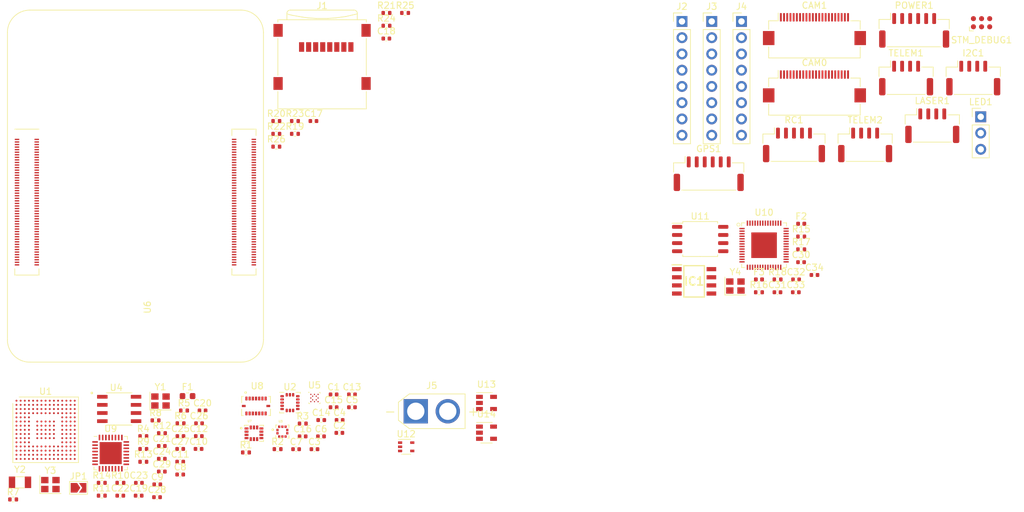
<source format=kicad_pcb>
(kicad_pcb (version 20171130) (host pcbnew "(5.1.12-1-10_14)")
  (layers (0 F.Cu signal) (1 In1.Cu signal hide) (2 In2.Cu signal hide) (31 B.Cu signal) (34 B.Paste user) (35 F.Paste user) (36 B.SilkS user) (37 F.SilkS user) (38 B.Mask user) (39 F.Mask user) (44 Edge.Cuts user))
  (net 0 "")
  (net 1 GND)
  (net 2 "Net-(C1-Pad1)")
  (net 3 SENSORS_3V3)
  (net 4 STM_16MHZ_IN)
  (net 5 STM_32KHZ_IN)
  (net 6 STM_NRST)
  (net 7 STM_16MHZ_OUT)
  (net 8 STM_32KHZ_OUT)
  (net 9 RPI_GPIO_VREF)
  (net 10 "Net-(C19-Pad2)")
  (net 11 "Net-(C20-Pad1)")
  (net 12 "Net-(C21-Pad2)")
  (net 13 STM_3V3)
  (net 14 STM_1V8)
  (net 15 "Net-(C30-Pad2)")
  (net 16 "Net-(C31-Pad1)")
  (net 17 ESP_3V3)
  (net 18 RPI_I2C1_SDA)
  (net 19 RPI_I2C1_SCL)
  (net 20 "Net-(CAM0-Pad18)")
  (net 21 RPI_CAM_GPIO)
  (net 22 "Net-(CAM0-Pad15)")
  (net 23 "Net-(CAM0-Pad14)")
  (net 24 "Net-(CAM0-Pad12)")
  (net 25 "Net-(CAM0-Pad11)")
  (net 26 RPI_CAM0_C_P)
  (net 27 RPI_CAM0_C_N)
  (net 28 RPI_CAM0_D1_P)
  (net 29 RPI_CAM0_D1_N)
  (net 30 RPI_CAM0_D0_P)
  (net 31 RPI_CAM0_D0_N)
  (net 32 RPI_I2C0_SDA)
  (net 33 RPI_I2C0_SCL)
  (net 34 "Net-(CAM1-Pad18)")
  (net 35 RPI_CAM1_D3_P)
  (net 36 RPI_CAM1_D3_N)
  (net 37 RPI_CAM1_D2_P)
  (net 38 RPI_CAM1_D2_N)
  (net 39 RPI_CAM1_C_P)
  (net 40 RPI_CAM1_C_N)
  (net 41 RPI_CAM1_D1_P)
  (net 42 RPI_CAM1_D1_N)
  (net 43 RPI_CAM1_D0_P)
  (net 44 RPI_CAM1_D0_N)
  (net 45 "Net-(F1-Pad1)")
  (net 46 "Net-(F2-Pad2)")
  (net 47 "Net-(F3-Pad2)")
  (net 48 PERIPH_V5)
  (net 49 STM_USART1_TX)
  (net 50 STM_USART1_RX)
  (net 51 STM_I2C1_SCL)
  (net 52 STM_I2C1_SDA)
  (net 53 ESP_SPI_3V3)
  (net 54 ESP_SPI_HLD)
  (net 55 ESP_SPI_SCK)
  (net 56 ESP_SPI_COPI)
  (net 57 ESP_SPI_WP)
  (net 58 ESP_SPI_CIPO)
  (net 59 ESP_SPI_CS0)
  (net 60 "Net-(J1-Pad1)")
  (net 61 "Net-(J1-Pad2)")
  (net 62 "Net-(J1-Pad3)")
  (net 63 "Net-(J1-Pad5)")
  (net 64 "Net-(J1-Pad7)")
  (net 65 "Net-(J1-Pad8)")
  (net 66 "Net-(J3-Pad1)")
  (net 67 STM_CH8)
  (net 68 STM_CH7)
  (net 69 STM_CH6)
  (net 70 STM_CH5)
  (net 71 STM_CH4)
  (net 72 STM_CH3)
  (net 73 STM_CH2)
  (net 74 STM_CH1)
  (net 75 /Power/VIN)
  (net 76 "Net-(JP1-Pad1)")
  (net 77 RPI_LASER_I2C_SCL)
  (net 78 RPI_LASER_I2C_SDA)
  (net 79 RPI_GPIO21)
  (net 80 LED_V5)
  (net 81 PWR_IN_5V_POWER)
  (net 82 STM_ADC3_3V3)
  (net 83 STM_ADC3_6V6)
  (net 84 "Net-(R1-Pad1)")
  (net 85 "Net-(R3-Pad2)")
  (net 86 "Net-(R4-Pad2)")
  (net 87 "Net-(R5-Pad2)")
  (net 88 STM_BOOT0)
  (net 89 STM_VCAP1)
  (net 90 STM_VCAP2)
  (net 91 STM_I2C4_SCL)
  (net 92 STM_I2C4_SDA)
  (net 93 STM_PDR_ON)
  (net 94 "Net-(R14-Pad2)")
  (net 95 ESP_SPI_CS1)
  (net 96 ESP_NRST)
  (net 97 RPI_SD_D2)
  (net 98 RPI_SD_D3)
  (net 99 RPI_SD_CMD)
  (net 100 RPI_SD_CLK)
  (net 101 RPI_SD_D0)
  (net 102 RPI_SD_D1)
  (net 103 STM_USART6_RX)
  (net 104 STM_PPM_INPUT)
  (net 105 STM_VDD_3V3_SPEKTRUM_POWER_EN)
  (net 106 STM_SWCLK)
  (net 107 STM_SWDIO)
  (net 108 STM_USART3_RX)
  (net 109 STM_USART3_TX)
  (net 110 STM_UART7_TX)
  (net 111 STM_UART7_RX)
  (net 112 STM_UART5_TX)
  (net 113 STM_UART5_RX)
  (net 114 STM_SDMMC2_D1)
  (net 115 STM_SDMMC2_D0)
  (net 116 STM_OTG_HS_ULPI_D4)
  (net 117 STM_OTG_HS_ULPI_D3)
  (net 118 STM_5V_PERIPH_NOC)
  (net 119 STM_SPI4_SCK)
  (net 120 STM_UART7_CTS)
  (net 121 STM_MUX_CTRL2)
  (net 122 STM_SPI5_MOSI)
  (net 123 STM_OTG_HS_ULPI_D1)
  (net 124 STM_OTG_HS_ULPI_D2)
  (net 125 STM_SPI1_MOSI)
  (net 126 STM_OTG_HS_ULPI_D0)
  (net 127 STM_VDDA)
  (net 128 STM_OTG_HS_ULPI_D6)
  (net 129 STM_OTG_HS_ULPI_D5)
  (net 130 STM_SPI4_MOSI)
  (net 131 STM_CAP1)
  (net 132 STM_SPIX_SYNC)
  (net 133 STM_NFC_GPIO)
  (net 134 STM_MUX_CTRL1)
  (net 135 STM_OTG_HS_ULPI_CK)
  (net 136 STM_SPI6_MISO)
  (net 137 STM_HEATER)
  (net 138 STM_VREFP)
  (net 139 STM_NSAFETY_SWITCH_LED_OUT)
  (net 140 STM_SPI6_DRDY1)
  (net 141 STM_SPI6_DRDY2)
  (net 142 STM_SPI5_MISO)
  (net 143 STM_SPI4_MISO)
  (net 144 STM_HW_VER_REV_DRIVE)
  (net 145 STM_5V_HIPOWER_NOC)
  (net 146 STM_SCALED_VDD_3V3_SENSORS)
  (net 147 STM_V5_SCALED)
  (net 148 STM_CAP2)
  (net 149 STM_VREFM)
  (net 150 STM_I2C3_SDA)
  (net 151 STM_NPOWER_IN_A)
  (net 152 STM_SPI3_MOSI)
  (net 153 STM_OTG_HS_ULPI_NXT)
  (net 154 STM_SDMMC2_CLK)
  (net 155 STM_OTG_HS_ULPI_STP)
  (net 156 STM_NPOWER_IN_B)
  (net 157 STM_PD15)
  (net 158 STM_UART7_RTS)
  (net 159 STM_BUZZER_1)
  (net 160 STM_SPI6_NRESET)
  (net 161 STM_NPOWER_IN_C)
  (net 162 STM_VDD_5V_PERIPH_NEN)
  (net 163 STM_I2C2_DRDY1)
  (net 164 STM_SAFETY_SWITCH_IN)
  (net 165 STM_SPI5_SCK)
  (net 166 STM_PG6)
  (net 167 STM_SPI5_CS1)
  (net 168 STM_SPI2_CS1)
  (net 169 STM_PF4)
  (net 170 STM_I2C4_DRDY2)
  (net 171 STM_USART6_TX)
  (net 172 STM_PG8)
  (net 173 STM_HW_REV_SENSE)
  (net 174 STM_I2C2_SCL)
  (net 175 STM_SPI1_DRDY1)
  (net 176 STM_UART5_RTS)
  (net 177 STM_HW_VER_SENSE)
  (net 178 STM_I2C3_SCL)
  (net 179 STM_UART5_CTS)
  (net 180 STM_VBUS_SENSE)
  (net 181 STM_UART4_RX)
  (net 182 STM_UART4_TX)
  (net 183 STM_OTG_HS_ULPI_DIR)
  (net 184 STM_SPI6_CS1)
  (net 185 STM_I2C2_SDA)
  (net 186 STM_SPI2_DRDY2)
  (net 187 STM_SPI2_SCK)
  (net 188 STM_SPI4_CS1)
  (net 189 STM_USART2_CTS)
  (net 190 STM_USART2_RTS)
  (net 191 STM_SPI3_CS1)
  (net 192 STM_SPI1_CS1)
  (net 193 STM_SPI3_CS2)
  (net 194 STM_VDD_3V3_SD_EN)
  (net 195 STM_USB_D_N)
  (net 196 STM_SPI2_MISO)
  (net 197 STM_SPI2_MOSI)
  (net 198 STM_CAN1_TX)
  (net 199 STM_USART2_TX)
  (net 200 STM_SPI1_MISO)
  (net 201 STM_SPI3_DRDY1)
  (net 202 STM_SPI3_DRDY2)
  (net 203 STM_VBAT)
  (net 204 STM_USB_D_P)
  (net 205 STM_SPI3_SCK)
  (net 206 STM_SPI3_MISO)
  (net 207 STM_CAN1_RX)
  (net 208 STM_USART2_RX)
  (net 209 STM_VDD_5V_HIPOWER_NEN)
  (net 210 STM_SPI1_SCK)
  (net 211 STM_VDD_3V3_SENSORS_EN)
  (net 212 STM_PG15)
  (net 213 STM_NARMED)
  (net 214 STM_NLED_BLUE)
  (net 215 STM_NLED_GREEN)
  (net 216 STM_SPI6_CS2)
  (net 217 STM_SDMMC2_CMD)
  (net 218 STM_SDMMC2_D2)
  (net 219 STM_SDMMC2_D3)
  (net 220 STM_SPI6_SCK)
  (net 221 STM_SPI6_MOSI)
  (net 222 STM_OTG_HS_ULPI_D7)
  (net 223 STM_UART8_RX)
  (net 224 STM_UART8_TX)
  (net 225 STM_TRACECLK)
  (net 226 STM_NLED_RED)
  (net 227 "Net-(U2-Pad7)")
  (net 228 STM_SP1_DRDY)
  (net 229 STM_I2C4_DRDY1)
  (net 230 "Net-(U3-Pad6)")
  (net 231 "Net-(U5-PadD2)")
  (net 232 "Net-(U6-Pad3)")
  (net 233 "Net-(U6-Pad4)")
  (net 234 "Net-(U6-Pad5)")
  (net 235 "Net-(U6-Pad6)")
  (net 236 "Net-(U6-Pad9)")
  (net 237 "Net-(U6-Pad10)")
  (net 238 "Net-(U6-Pad11)")
  (net 239 "Net-(U6-Pad12)")
  (net 240 "Net-(U6-Pad15)")
  (net 241 "Net-(U6-Pad16)")
  (net 242 "Net-(U6-Pad17)")
  (net 243 "Net-(U6-Pad18)")
  (net 244 "Net-(U6-Pad19)")
  (net 245 "Net-(U6-Pad20)")
  (net 246 "Net-(U6-Pad21)")
  (net 247 "Net-(U6-Pad24)")
  (net 248 "Net-(U6-Pad26)")
  (net 249 "Net-(U6-Pad27)")
  (net 250 "Net-(U6-Pad28)")
  (net 251 "Net-(U6-Pad29)")
  (net 252 "Net-(U6-Pad30)")
  (net 253 "Net-(U6-Pad31)")
  (net 254 "Net-(U6-Pad34)")
  (net 255 "Net-(U6-Pad37)")
  (net 256 "Net-(U6-Pad38)")
  (net 257 "Net-(U6-Pad39)")
  (net 258 "Net-(U6-Pad40)")
  (net 259 "Net-(U6-Pad41)")
  (net 260 "Net-(U6-Pad44)")
  (net 261 "Net-(U6-Pad45)")
  (net 262 "Net-(U6-Pad46)")
  (net 263 "Net-(U6-Pad47)")
  (net 264 "Net-(U6-Pad48)")
  (net 265 "Net-(U6-Pad49)")
  (net 266 "Net-(U6-Pad50)")
  (net 267 "Net-(U6-Pad51)")
  (net 268 "Net-(U6-Pad54)")
  (net 269 "Net-(U6-Pad55)")
  (net 270 "Net-(U6-Pad64)")
  (net 271 "Net-(U6-Pad68)")
  (net 272 "Net-(U6-Pad70)")
  (net 273 "Net-(U6-Pad72)")
  (net 274 "Net-(U6-Pad73)")
  (net 275 RPI_SD_PWR_ON)
  (net 276 "Net-(U6-Pad76)")
  (net 277 RPI_5V)
  (net 278 RPI_OUT_1V8)
  (net 279 "Net-(U6-Pad89)")
  (net 280 "Net-(U6-Pad91)")
  (net 281 "Net-(U6-Pad92)")
  (net 282 "Net-(U6-Pad93)")
  (net 283 "Net-(U6-Pad94)")
  (net 284 "Net-(U6-Pad95)")
  (net 285 "Net-(U6-Pad96)")
  (net 286 "Net-(U6-Pad99)")
  (net 287 "Net-(U6-Pad100)")
  (net 288 "Net-(U6-Pad101)")
  (net 289 "Net-(U6-Pad102)")
  (net 290 "Net-(U6-Pad103)")
  (net 291 "Net-(U6-Pad104)")
  (net 292 "Net-(U6-Pad105)")
  (net 293 "Net-(U6-Pad106)")
  (net 294 "Net-(U6-Pad109)")
  (net 295 "Net-(U6-Pad110)")
  (net 296 "Net-(U6-Pad111)")
  (net 297 "Net-(U6-Pad112)")
  (net 298 "Net-(U6-Pad116)")
  (net 299 "Net-(U6-Pad118)")
  (net 300 "Net-(U6-Pad122)")
  (net 301 "Net-(U6-Pad124)")
  (net 302 "Net-(U6-Pad143)")
  (net 303 "Net-(U6-Pad145)")
  (net 304 "Net-(U6-Pad146)")
  (net 305 "Net-(U6-Pad147)")
  (net 306 "Net-(U6-Pad148)")
  (net 307 "Net-(U6-Pad149)")
  (net 308 "Net-(U6-Pad151)")
  (net 309 "Net-(U6-Pad152)")
  (net 310 "Net-(U6-Pad153)")
  (net 311 "Net-(U6-Pad154)")
  (net 312 "Net-(U6-Pad157)")
  (net 313 "Net-(U6-Pad158)")
  (net 314 "Net-(U6-Pad159)")
  (net 315 "Net-(U6-Pad160)")
  (net 316 "Net-(U6-Pad163)")
  (net 317 "Net-(U6-Pad164)")
  (net 318 "Net-(U6-Pad165)")
  (net 319 "Net-(U6-Pad166)")
  (net 320 "Net-(U6-Pad169)")
  (net 321 "Net-(U6-Pad170)")
  (net 322 "Net-(U6-Pad171)")
  (net 323 "Net-(U6-Pad172)")
  (net 324 "Net-(U6-Pad175)")
  (net 325 "Net-(U6-Pad176)")
  (net 326 "Net-(U6-Pad177)")
  (net 327 "Net-(U6-Pad178)")
  (net 328 "Net-(U6-Pad181)")
  (net 329 "Net-(U6-Pad182)")
  (net 330 "Net-(U6-Pad183)")
  (net 331 "Net-(U6-Pad184)")
  (net 332 "Net-(U6-Pad187)")
  (net 333 "Net-(U6-Pad188)")
  (net 334 "Net-(U6-Pad189)")
  (net 335 "Net-(U6-Pad190)")
  (net 336 "Net-(U6-Pad193)")
  (net 337 "Net-(U6-Pad194)")
  (net 338 "Net-(U6-Pad195)")
  (net 339 "Net-(U6-Pad196)")
  (net 340 "Net-(U6-Pad199)")
  (net 341 "Net-(U6-Pad200)")
  (net 342 "Net-(U7-Pad9)")
  (net 343 "Net-(U8-Pad12)")
  (net 344 "Net-(U8-Pad13)")
  (net 345 "Net-(U9-Pad10)")
  (net 346 USB_FMU_D_N)
  (net 347 USB_FMU_D_P)
  (net 348 "Net-(U9-Pad5)")
  (net 349 "Net-(U9-Pad3)")
  (net 350 "Net-(U10-Pad55)")
  (net 351 "Net-(U10-Pad50)")
  (net 352 "Net-(U10-Pad49)")
  (net 353 "Net-(U10-Pad48)")
  (net 354 "Net-(U10-Pad47)")
  (net 355 "Net-(U10-Pad46)")
  (net 356 "Net-(U10-Pad44)")
  (net 357 "Net-(U10-Pad43)")
  (net 358 "Net-(U10-Pad42)")
  (net 359 "Net-(U10-Pad41)")
  (net 360 "Net-(U10-Pad40)")
  (net 361 "Net-(U10-Pad39)")
  (net 362 "Net-(U10-Pad38)")
  (net 363 "Net-(U10-Pad37)")
  (net 364 "Net-(U10-Pad28)")
  (net 365 "Net-(U10-Pad26)")
  (net 366 "Net-(U10-Pad25)")
  (net 367 "Net-(U10-Pad24)")
  (net 368 "Net-(U10-Pad23)")
  (net 369 "Net-(U10-Pad22)")
  (net 370 "Net-(U10-Pad21)")
  (net 371 "Net-(U10-Pad19)")
  (net 372 "Net-(U10-Pad18)")
  (net 373 "Net-(U10-Pad17)")
  (net 374 "Net-(U10-Pad16)")
  (net 375 "Net-(U10-Pad15)")
  (net 376 "Net-(U10-Pad14)")
  (net 377 "Net-(U10-Pad13)")
  (net 378 "Net-(U10-Pad12)")
  (net 379 "Net-(U10-Pad11)")
  (net 380 "Net-(U10-Pad10)")
  (net 381 "Net-(U10-Pad9)")
  (net 382 "Net-(U10-Pad8)")
  (net 383 "Net-(U10-Pad7)")
  (net 384 "Net-(U10-Pad6)")
  (net 385 "Net-(U10-Pad5)")
  (net 386 "Net-(U10-Pad2)")
  (net 387 VCC)
  (net 388 "Net-(U12-Pad4)")
  (net 389 PWR_IN1)
  (net 390 PWR_EN2)
  (net 391 PWR_IN2)
  (net 392 PWR_EN3)
  (module Crystal:Crystal_SMD_2520-4Pin_2.5x2.0mm (layer F.Cu) (at 178.35 97.355001)
    (fp_text reference Y4 (at 0 -2.2) (layer F.SilkS))
    (fp_text value 40MHz)
    (pad 4 smd rect (at -0.875 -0.7) (size 1.15 1) (layers F.Cu F.Paste F.Mask))
    (pad 3 smd rect (at 0.875 -0.7) (size 1.15 1) (layers F.Cu F.Paste F.Mask) (net 16 "Net-(C31-Pad1)"))
    (pad 2 smd rect (at 0.875 0.7) (size 1.15 1) (layers F.Cu F.Paste F.Mask) (net 1 GND))
    (pad 1 smd rect (at -0.875 0.7) (size 1.15 1) (layers F.Cu F.Paste F.Mask) (net 15 "Net-(C30-Pad2)"))
  )
  (module Crystal:Crystal_SMD_2520-4Pin_2.5x2.0mm (layer F.Cu) (at 71.32 128.375001)
    (fp_text reference Y3 (at 0 -2.2) (layer F.SilkS))
    (fp_text value 24MHz)
    (pad 4 smd rect (at -0.875 -0.7) (size 1.15 1) (layers F.Cu F.Paste F.Mask))
    (pad 3 smd rect (at 0.875 -0.7) (size 1.15 1) (layers F.Cu F.Paste F.Mask) (net 11 "Net-(C20-Pad1)"))
    (pad 2 smd rect (at 0.875 0.7) (size 1.15 1) (layers F.Cu F.Paste F.Mask) (net 1 GND))
    (pad 1 smd rect (at -0.875 0.7) (size 1.15 1) (layers F.Cu F.Paste F.Mask) (net 10 "Net-(C19-Pad2)"))
  )
  (module Crystal:Crystal_SMD_3215-2Pin_3.2x1.5mm (layer F.Cu) (at 66.57 128.025001)
    (fp_text reference Y2 (at 0 -2) (layer F.SilkS))
    (fp_text value 32.768)
    (pad 2 smd rect (at -1.25 0) (size 1 1.8) (layers F.Cu F.Paste F.Mask) (net 8 STM_32KHZ_OUT))
    (pad 1 smd rect (at 1.25 0) (size 1 1.8) (layers F.Cu F.Paste F.Mask) (net 5 STM_32KHZ_IN))
  )
  (module Crystal:Crystal_SMD_2520-4Pin_2.5x2.0mm (layer F.Cu) (at 88.52 115.325001)
    (fp_text reference Y1 (at 0 -2.2) (layer F.SilkS))
    (fp_text value 16MHz)
    (pad 4 smd rect (at -0.875 -0.7) (size 1.15 1) (layers F.Cu F.Paste F.Mask))
    (pad 3 smd rect (at 0.875 -0.7) (size 1.15 1) (layers F.Cu F.Paste F.Mask) (net 7 STM_16MHZ_OUT))
    (pad 2 smd rect (at 0.875 0.7) (size 1.15 1) (layers F.Cu F.Paste F.Mask) (net 1 GND))
    (pad 1 smd rect (at -0.875 0.7) (size 1.15 1) (layers F.Cu F.Paste F.Mask) (net 4 STM_16MHZ_IN))
  )
  (module Package_TO_SOT_SMD:SOT-23-5 (layer F.Cu) (at 139.46 120.275001)
    (fp_text reference U14 (at 0 -2.9) (layer F.SilkS))
    (fp_text value NC7SZ02M5X)
    (pad 5 smd rect (at 1.1 -0.95) (size 1.06 0.65) (layers F.Cu F.Paste F.Mask) (net 387 VCC))
    (pad 4 smd rect (at 1.1 0.95) (size 1.06 0.65) (layers F.Cu F.Paste F.Mask) (net 392 PWR_EN3))
    (pad 3 smd rect (at -1.1 0.95) (size 1.06 0.65) (layers F.Cu F.Paste F.Mask) (net 1 GND))
    (pad 2 smd rect (at -1.1 0) (size 1.06 0.65) (layers F.Cu F.Paste F.Mask) (net 391 PWR_IN2))
    (pad 1 smd rect (at -1.1 -0.95) (size 1.06 0.65) (layers F.Cu F.Paste F.Mask) (net 389 PWR_IN1))
  )
  (module Package_TO_SOT_SMD:SOT-23-5 (layer F.Cu) (at 139.46 115.625001)
    (fp_text reference U13 (at 0 -2.9) (layer F.SilkS))
    (fp_text value 74LVC1G08GV)
    (pad 5 smd rect (at 1.1 -0.95) (size 1.06 0.65) (layers F.Cu F.Paste F.Mask) (net 387 VCC))
    (pad 4 smd rect (at 1.1 0.95) (size 1.06 0.65) (layers F.Cu F.Paste F.Mask) (net 390 PWR_EN2))
    (pad 3 smd rect (at -1.1 0.95) (size 1.06 0.65) (layers F.Cu F.Paste F.Mask) (net 1 GND))
    (pad 2 smd rect (at -1.1 0) (size 1.06 0.65) (layers F.Cu F.Paste F.Mask) (net 391 PWR_IN2))
    (pad 1 smd rect (at -1.1 -0.95) (size 1.06 0.65) (layers F.Cu F.Paste F.Mask) (net 388 "Net-(U12-Pad4)"))
  )
  (module Package_TO_SOT_SMD:SOT-353_SC-70-5 (layer F.Cu) (at 126.91 122.475001)
    (fp_text reference U12 (at 0 -2) (layer F.SilkS))
    (fp_text value U74AHC1G04G-AL5-R)
    (pad 5 smd rect (at 0.95 -0.65) (size 0.65 0.4) (layers F.Cu F.Paste F.Mask) (net 387 VCC))
    (pad 4 smd rect (at 0.95 0.65) (size 0.65 0.4) (layers F.Cu F.Paste F.Mask) (net 388 "Net-(U12-Pad4)"))
    (pad 2 smd rect (at -0.95 0) (size 0.65 0.4) (layers F.Cu F.Paste F.Mask) (net 389 PWR_IN1))
    (pad 3 smd rect (at -0.95 0.65) (size 0.65 0.4) (layers F.Cu F.Paste F.Mask) (net 1 GND))
    (pad 1 smd rect (at -0.95 -0.65) (size 0.65 0.4) (layers F.Cu F.Paste F.Mask))
  )
  (module Package_SO:SOIC-8_5.23x5.23mm_P1.27mm (layer F.Cu) (at 172.85 90.015001)
    (fp_text reference U11 (at 0 -3.56) (layer F.SilkS))
    (fp_text value W25Q128JVS)
    (pad 8 smd roundrect (at 3.6 -1.905) (size 1.6 0.6) (layers F.Cu F.Paste F.Mask) (net 53 ESP_SPI_3V3))
    (pad 7 smd roundrect (at 3.6 -0.635) (size 1.6 0.6) (layers F.Cu F.Paste F.Mask) (net 54 ESP_SPI_HLD))
    (pad 6 smd roundrect (at 3.6 0.635) (size 1.6 0.6) (layers F.Cu F.Paste F.Mask) (net 55 ESP_SPI_SCK))
    (pad 5 smd roundrect (at 3.6 1.905) (size 1.6 0.6) (layers F.Cu F.Paste F.Mask) (net 56 ESP_SPI_COPI))
    (pad 4 smd roundrect (at -3.6 1.905) (size 1.6 0.6) (layers F.Cu F.Paste F.Mask) (net 1 GND))
    (pad 3 smd roundrect (at -3.6 0.635) (size 1.6 0.6) (layers F.Cu F.Paste F.Mask) (net 57 ESP_SPI_WP))
    (pad 2 smd roundrect (at -3.6 -0.635) (size 1.6 0.6) (layers F.Cu F.Paste F.Mask) (net 58 ESP_SPI_CIPO))
    (pad 1 smd roundrect (at -3.6 -1.905) (size 1.6 0.6) (layers F.Cu F.Paste F.Mask) (net 95 ESP_SPI_CS1))
  )
  (module ESP32-S2:QFN40P700X700X90-57T400N (layer F.Cu) (at 182.829 90.98)
    (fp_text reference U10 (at 0 -5.12) (layer F.SilkS))
    (fp_text value ESP32-S2FH4)
    (pad 57 smd rect (at 0 0) (size 4 4) (layers F.Cu F.Paste F.Mask) (net 1 GND))
    (pad 56 smd rect (at -2.6 -3.4451) (size 0.22 0.8098) (layers F.Cu F.Paste F.Mask) (net 96 ESP_NRST))
    (pad 55 smd rect (at -2.2 -3.4451) (size 0.22 0.8098) (layers F.Cu F.Paste F.Mask) (net 350 "Net-(U10-Pad55)"))
    (pad 54 smd rect (at -1.8 -3.4451) (size 0.22 0.8098) (layers F.Cu F.Paste F.Mask) (net 47 "Net-(F3-Pad2)"))
    (pad 53 smd rect (at -1.4 -3.4451) (size 0.22 0.8098) (layers F.Cu F.Paste F.Mask) (net 15 "Net-(C30-Pad2)"))
    (pad 52 smd rect (at -1 -3.4451) (size 0.22 0.8098) (layers F.Cu F.Paste F.Mask) (net 16 "Net-(C31-Pad1)"))
    (pad 51 smd rect (at -0.6 -3.4451) (size 0.22 0.8098) (layers F.Cu F.Paste F.Mask) (net 47 "Net-(F3-Pad2)"))
    (pad 50 smd rect (at -0.2 -3.4451) (size 0.22 0.8098) (layers F.Cu F.Paste F.Mask) (net 351 "Net-(U10-Pad50)"))
    (pad 49 smd rect (at 0.2 -3.4451) (size 0.22 0.8098) (layers F.Cu F.Paste F.Mask) (net 352 "Net-(U10-Pad49)"))
    (pad 48 smd rect (at 0.6 -3.4451) (size 0.22 0.8098) (layers F.Cu F.Paste F.Mask) (net 353 "Net-(U10-Pad48)"))
    (pad 47 smd rect (at 1 -3.4451) (size 0.22 0.8098) (layers F.Cu F.Paste F.Mask) (net 354 "Net-(U10-Pad47)"))
    (pad 46 smd rect (at 1.4 -3.4451) (size 0.22 0.8098) (layers F.Cu F.Paste F.Mask) (net 355 "Net-(U10-Pad46)"))
    (pad 45 smd rect (at 1.8 -3.4451) (size 0.22 0.8098) (layers F.Cu F.Paste F.Mask) (net 47 "Net-(F3-Pad2)"))
    (pad 44 smd rect (at 2.2 -3.4451) (size 0.22 0.8098) (layers F.Cu F.Paste F.Mask) (net 356 "Net-(U10-Pad44)"))
    (pad 43 smd rect (at 2.6 -3.4451) (size 0.22 0.8098) (layers F.Cu F.Paste F.Mask) (net 357 "Net-(U10-Pad43)"))
    (pad 42 smd rect (at 3.4451 -2.6) (size 0.8098 0.22) (layers F.Cu F.Paste F.Mask) (net 358 "Net-(U10-Pad42)"))
    (pad 41 smd rect (at 3.4451 -2.2) (size 0.8098 0.22) (layers F.Cu F.Paste F.Mask) (net 359 "Net-(U10-Pad41)"))
    (pad 40 smd rect (at 3.4451 -1.8) (size 0.8098 0.22) (layers F.Cu F.Paste F.Mask) (net 360 "Net-(U10-Pad40)"))
    (pad 39 smd rect (at 3.4451 -1.4) (size 0.8098 0.22) (layers F.Cu F.Paste F.Mask) (net 361 "Net-(U10-Pad39)"))
    (pad 38 smd rect (at 3.4451 -1) (size 0.8098 0.22) (layers F.Cu F.Paste F.Mask) (net 362 "Net-(U10-Pad38)"))
    (pad 37 smd rect (at 3.4451 -0.6) (size 0.8098 0.22) (layers F.Cu F.Paste F.Mask) (net 363 "Net-(U10-Pad37)"))
    (pad 36 smd rect (at 3.4451 -0.2) (size 0.8098 0.22) (layers F.Cu F.Paste F.Mask) (net 56 ESP_SPI_COPI))
    (pad 35 smd rect (at 3.4451 0.2) (size 0.8098 0.22) (layers F.Cu F.Paste F.Mask) (net 58 ESP_SPI_CIPO))
    (pad 34 smd rect (at 3.4451 0.6) (size 0.8098 0.22) (layers F.Cu F.Paste F.Mask) (net 55 ESP_SPI_SCK))
    (pad 33 smd rect (at 3.4451 1) (size 0.8098 0.22) (layers F.Cu F.Paste F.Mask) (net 59 ESP_SPI_CS0))
    (pad 32 smd rect (at 3.4451 1.4) (size 0.8098 0.22) (layers F.Cu F.Paste F.Mask) (net 57 ESP_SPI_WP))
    (pad 31 smd rect (at 3.4451 1.8) (size 0.8098 0.22) (layers F.Cu F.Paste F.Mask) (net 54 ESP_SPI_HLD))
    (pad 30 smd rect (at 3.4451 2.2) (size 0.8098 0.22) (layers F.Cu F.Paste F.Mask) (net 53 ESP_SPI_3V3))
    (pad 29 smd rect (at 3.4451 2.6) (size 0.8098 0.22) (layers F.Cu F.Paste F.Mask) (net 95 ESP_SPI_CS1))
    (pad 28 smd rect (at 2.6 3.4451) (size 0.22 0.8098) (layers F.Cu F.Paste F.Mask) (net 364 "Net-(U10-Pad28)"))
    (pad 27 smd rect (at 2.2 3.4451) (size 0.22 0.8098) (layers F.Cu F.Paste F.Mask) (net 46 "Net-(F2-Pad2)"))
    (pad 26 smd rect (at 1.8 3.4451) (size 0.22 0.8098) (layers F.Cu F.Paste F.Mask) (net 365 "Net-(U10-Pad26)"))
    (pad 25 smd rect (at 1.4 3.4451) (size 0.22 0.8098) (layers F.Cu F.Paste F.Mask) (net 366 "Net-(U10-Pad25)"))
    (pad 24 smd rect (at 1 3.4451) (size 0.22 0.8098) (layers F.Cu F.Paste F.Mask) (net 367 "Net-(U10-Pad24)"))
    (pad 23 smd rect (at 0.6 3.4451) (size 0.22 0.8098) (layers F.Cu F.Paste F.Mask) (net 368 "Net-(U10-Pad23)"))
    (pad 22 smd rect (at 0.2 3.4451) (size 0.22 0.8098) (layers F.Cu F.Paste F.Mask) (net 369 "Net-(U10-Pad22)"))
    (pad 21 smd rect (at -0.2 3.4451) (size 0.22 0.8098) (layers F.Cu F.Paste F.Mask) (net 370 "Net-(U10-Pad21)"))
    (pad 20 smd rect (at -0.6 3.4451) (size 0.22 0.8098) (layers F.Cu F.Paste F.Mask) (net 46 "Net-(F2-Pad2)"))
    (pad 19 smd rect (at -1 3.4451) (size 0.22 0.8098) (layers F.Cu F.Paste F.Mask) (net 371 "Net-(U10-Pad19)"))
    (pad 18 smd rect (at -1.4 3.4451) (size 0.22 0.8098) (layers F.Cu F.Paste F.Mask) (net 372 "Net-(U10-Pad18)"))
    (pad 17 smd rect (at -1.8 3.4451) (size 0.22 0.8098) (layers F.Cu F.Paste F.Mask) (net 373 "Net-(U10-Pad17)"))
    (pad 16 smd rect (at -2.2 3.4451) (size 0.22 0.8098) (layers F.Cu F.Paste F.Mask) (net 374 "Net-(U10-Pad16)"))
    (pad 15 smd rect (at -2.6 3.4451) (size 0.22 0.8098) (layers F.Cu F.Paste F.Mask) (net 375 "Net-(U10-Pad15)"))
    (pad 14 smd rect (at -3.4451 2.6) (size 0.8098 0.22) (layers F.Cu F.Paste F.Mask) (net 376 "Net-(U10-Pad14)"))
    (pad 13 smd rect (at -3.4451 2.2) (size 0.8098 0.22) (layers F.Cu F.Paste F.Mask) (net 377 "Net-(U10-Pad13)"))
    (pad 12 smd rect (at -3.4451 1.8) (size 0.8098 0.22) (layers F.Cu F.Paste F.Mask) (net 378 "Net-(U10-Pad12)"))
    (pad 11 smd rect (at -3.4451 1.4) (size 0.8098 0.22) (layers F.Cu F.Paste F.Mask) (net 379 "Net-(U10-Pad11)"))
    (pad 10 smd rect (at -3.4451 1) (size 0.8098 0.22) (layers F.Cu F.Paste F.Mask) (net 380 "Net-(U10-Pad10)"))
    (pad 9 smd rect (at -3.4451 0.6) (size 0.8098 0.22) (layers F.Cu F.Paste F.Mask) (net 381 "Net-(U10-Pad9)"))
    (pad 8 smd rect (at -3.4451 0.2) (size 0.8098 0.22) (layers F.Cu F.Paste F.Mask) (net 382 "Net-(U10-Pad8)"))
    (pad 7 smd rect (at -3.4451 -0.2) (size 0.8098 0.22) (layers F.Cu F.Paste F.Mask) (net 383 "Net-(U10-Pad7)"))
    (pad 6 smd rect (at -3.4451 -0.6) (size 0.8098 0.22) (layers F.Cu F.Paste F.Mask) (net 384 "Net-(U10-Pad6)"))
    (pad 5 smd rect (at -3.4451 -1) (size 0.8098 0.22) (layers F.Cu F.Paste F.Mask) (net 385 "Net-(U10-Pad5)"))
    (pad 4 smd rect (at -3.4451 -1.4) (size 0.8098 0.22) (layers F.Cu F.Paste F.Mask) (net 47 "Net-(F3-Pad2)"))
    (pad 3 smd rect (at -3.4451 -1.8) (size 0.8098 0.22) (layers F.Cu F.Paste F.Mask) (net 47 "Net-(F3-Pad2)"))
    (pad 2 smd rect (at -3.4451 -2.2) (size 0.8098 0.22) (layers F.Cu F.Paste F.Mask) (net 386 "Net-(U10-Pad2)"))
    (pad 1 smd rect (at -3.4451 -2.6) (size 0.8098 0.22) (layers F.Cu F.Paste F.Mask) (net 47 "Net-(F3-Pad2)"))
  )
  (module Package_DFN_QFN:QFN-32-1EP_5x5mm_P0.5mm_EP3.45x3.45mm (layer F.Cu) (at 80.74 123.465001)
    (fp_text reference U9 (at 0 -3.82) (layer F.SilkS))
    (fp_text value USB3300-EZK-TR)
    (pad 33 smd rect (at 0 0) (size 3.45 3.45) (layers F.Cu F.Mask) (net 1 GND))
    (pad 32 smd roundrect (at -1.75 -2.4375) (size 0.25 0.875) (layers F.Cu F.Paste F.Mask) (net 94 "Net-(R14-Pad2)"))
    (pad 31 smd roundrect (at -1.25 -2.4375) (size 0.25 0.875) (layers F.Cu F.Paste F.Mask) (net 12 "Net-(C21-Pad2)"))
    (pad 30 smd roundrect (at -0.75 -2.4375) (size 0.25 0.875) (layers F.Cu F.Paste F.Mask) (net 13 STM_3V3))
    (pad 29 smd roundrect (at -0.25 -2.4375) (size 0.25 0.875) (layers F.Cu F.Paste F.Mask) (net 14 STM_1V8))
    (pad 28 smd roundrect (at 0.25 -2.4375) (size 0.25 0.875) (layers F.Cu F.Paste F.Mask) (net 11 "Net-(C20-Pad1)"))
    (pad 27 smd roundrect (at 0.75 -2.4375) (size 0.25 0.875) (layers F.Cu F.Paste F.Mask) (net 10 "Net-(C19-Pad2)"))
    (pad 26 smd roundrect (at 1.25 -2.4375) (size 0.25 0.875) (layers F.Cu F.Paste F.Mask) (net 14 STM_1V8))
    (pad 25 smd roundrect (at 1.75 -2.4375) (size 0.25 0.875) (layers F.Cu F.Paste F.Mask) (net 13 STM_3V3))
    (pad 24 smd roundrect (at 2.4375 -1.75) (size 0.875 0.25) (layers F.Cu F.Paste F.Mask) (net 126 STM_OTG_HS_ULPI_D0))
    (pad 23 smd roundrect (at 2.4375 -1.25) (size 0.875 0.25) (layers F.Cu F.Paste F.Mask) (net 123 STM_OTG_HS_ULPI_D1))
    (pad 22 smd roundrect (at 2.4375 -0.75) (size 0.875 0.25) (layers F.Cu F.Paste F.Mask) (net 124 STM_OTG_HS_ULPI_D2))
    (pad 21 smd roundrect (at 2.4375 -0.25) (size 0.875 0.25) (layers F.Cu F.Paste F.Mask) (net 117 STM_OTG_HS_ULPI_D3))
    (pad 20 smd roundrect (at 2.4375 0.25) (size 0.875 0.25) (layers F.Cu F.Paste F.Mask) (net 116 STM_OTG_HS_ULPI_D4))
    (pad 19 smd roundrect (at 2.4375 0.75) (size 0.875 0.25) (layers F.Cu F.Paste F.Mask) (net 129 STM_OTG_HS_ULPI_D5))
    (pad 18 smd roundrect (at 2.4375 1.25) (size 0.875 0.25) (layers F.Cu F.Paste F.Mask) (net 128 STM_OTG_HS_ULPI_D6))
    (pad 17 smd roundrect (at 2.4375 1.75) (size 0.875 0.25) (layers F.Cu F.Paste F.Mask) (net 222 STM_OTG_HS_ULPI_D7))
    (pad 16 smd roundrect (at 1.75 2.4375) (size 0.25 0.875) (layers F.Cu F.Paste F.Mask) (net 13 STM_3V3))
    (pad 15 smd roundrect (at 1.25 2.4375) (size 0.25 0.875) (layers F.Cu F.Paste F.Mask) (net 14 STM_1V8))
    (pad 14 smd roundrect (at 0.75 2.4375) (size 0.25 0.875) (layers F.Cu F.Paste F.Mask) (net 135 STM_OTG_HS_ULPI_CK))
    (pad 13 smd roundrect (at 0.25 2.4375) (size 0.25 0.875) (layers F.Cu F.Paste F.Mask) (net 155 STM_OTG_HS_ULPI_STP))
    (pad 12 smd roundrect (at -0.25 2.4375) (size 0.25 0.875) (layers F.Cu F.Paste F.Mask) (net 183 STM_OTG_HS_ULPI_DIR))
    (pad 11 smd roundrect (at -0.75 2.4375) (size 0.25 0.875) (layers F.Cu F.Paste F.Mask) (net 153 STM_OTG_HS_ULPI_NXT))
    (pad 10 smd roundrect (at -1.25 2.4375) (size 0.25 0.875) (layers F.Cu F.Paste F.Mask) (net 345 "Net-(U9-Pad10)"))
    (pad 9 smd roundrect (at -1.75 2.4375) (size 0.25 0.875) (layers F.Cu F.Paste F.Mask) (net 1 GND))
    (pad 8 smd roundrect (at -2.4375 1.75) (size 0.875 0.25) (layers F.Cu F.Paste F.Mask) (net 346 USB_FMU_D_N))
    (pad 7 smd roundrect (at -2.4375 1.25) (size 0.875 0.25) (layers F.Cu F.Paste F.Mask) (net 347 USB_FMU_D_P))
    (pad 6 smd roundrect (at -2.4375 0.75) (size 0.875 0.25) (layers F.Cu F.Paste F.Mask) (net 13 STM_3V3))
    (pad 5 smd roundrect (at -2.4375 0.25) (size 0.875 0.25) (layers F.Cu F.Paste F.Mask) (net 348 "Net-(U9-Pad5)"))
    (pad 4 smd roundrect (at -2.4375 -0.25) (size 0.875 0.25) (layers F.Cu F.Paste F.Mask) (net 180 STM_VBUS_SENSE))
    (pad 3 smd roundrect (at -2.4375 -0.75) (size 0.875 0.25) (layers F.Cu F.Paste F.Mask) (net 349 "Net-(U9-Pad3)"))
    (pad 2 smd roundrect (at -2.4375 -1.25) (size 0.875 0.25) (layers F.Cu F.Paste F.Mask) (net 1 GND))
    (pad 1 smd roundrect (at -2.4375 -1.75) (size 0.875 0.25) (layers F.Cu F.Paste F.Mask) (net 1 GND))
  )
  (module BMI088:PQFN50P450X300X100-16N (layer F.Cu) (at 103.45 116.100001)
    (fp_text reference U8 (at 0.178 -3.121) (layer F.SilkS))
    (fp_text value BMI088)
    (pad 8 smd rect (at 1.915 0) (size 0.59 0.35) (layers F.Cu F.Paste F.Mask) (net 205 STM_SPI3_SCK))
    (pad 9 smd rect (at 1.5 1.165) (size 0.35 0.59) (layers F.Cu F.Paste F.Mask) (net 152 STM_SPI3_MOSI))
    (pad 10 smd rect (at 1 1.165) (size 0.35 0.59) (layers F.Cu F.Paste F.Mask) (net 206 STM_SPI3_MISO))
    (pad 11 smd rect (at 0.5 1.165) (size 0.35 0.59) (layers F.Cu F.Paste F.Mask) (net 3 SENSORS_3V3))
    (pad 12 smd rect (at 0 1.165) (size 0.35 0.59) (layers F.Cu F.Paste F.Mask) (net 343 "Net-(U8-Pad12)"))
    (pad 13 smd rect (at -0.5 1.165) (size 0.35 0.59) (layers F.Cu F.Paste F.Mask) (net 344 "Net-(U8-Pad13)"))
    (pad 14 smd rect (at -1 1.165) (size 0.35 0.59) (layers F.Cu F.Paste F.Mask) (net 191 STM_SPI3_CS1))
    (pad 15 smd rect (at -1.5 1.165) (size 0.35 0.59) (layers F.Cu F.Paste F.Mask) (net 206 STM_SPI3_MISO))
    (pad 16 smd rect (at -1.915 0) (size 0.59 0.35) (layers F.Cu F.Paste F.Mask) (net 201 STM_SPI3_DRDY1))
    (pad 1 smd rect (at -1.5 -1.165) (size 0.35 0.59) (layers F.Cu F.Paste F.Mask) (net 202 STM_SPI3_DRDY2))
    (pad 2 smd rect (at -1 -1.165) (size 0.35 0.59) (layers F.Cu F.Paste F.Mask) (net 1 GND))
    (pad 3 smd rect (at -0.5 -1.165) (size 0.35 0.59) (layers F.Cu F.Paste F.Mask) (net 3 SENSORS_3V3))
    (pad 4 smd rect (at 0 -1.165) (size 0.35 0.59) (layers F.Cu F.Paste F.Mask) (net 1 GND))
    (pad 5 smd rect (at 0.5 -1.165) (size 0.35 0.59) (layers F.Cu F.Paste F.Mask) (net 193 STM_SPI3_CS2))
    (pad 6 smd rect (at 1 -1.165) (size 0.35 0.59) (layers F.Cu F.Paste F.Mask) (net 1 GND))
    (pad 7 smd rect (at 1.5 -1.165) (size 0.35 0.59) (layers F.Cu F.Paste F.Mask) (net 1 GND))
  )
  (module ICM-42605:PQFN50P300X250X97-14N (layer F.Cu) (at 103.125 120.365001)
    (fp_text reference U7 (at -0.684 -1.9032) (layer F.SilkS) (effects (font (size 0.32 0.32))))
    (fp_text value ICM-42605)
    (pad 4 smd roundrect (at -1.16 0.75) (size 0.61 0.35) (layers F.Cu F.Paste F.Mask) (roundrect_rratio 0.09) (net 186 STM_SPI2_DRDY2))
    (pad 3 smd roundrect (at -1.16 0.25) (size 0.61 0.35) (layers F.Cu F.Paste F.Mask) (roundrect_rratio 0.09) (net 1 GND))
    (pad 2 smd roundrect (at -1.16 -0.25) (size 0.61 0.35) (layers F.Cu F.Paste F.Mask) (roundrect_rratio 0.09) (net 1 GND))
    (pad 1 smd roundrect (at -1.16 -0.75) (size 0.61 0.35) (layers F.Cu F.Paste F.Mask) (roundrect_rratio 0.09) (net 196 STM_SPI2_MISO))
    (pad 14 smd roundrect (at -0.5 -0.91) (size 0.35 0.61) (layers F.Cu F.Paste F.Mask) (roundrect_rratio 0.09) (net 197 STM_SPI2_MOSI))
    (pad 13 smd roundrect (at 0 -0.91) (size 0.35 0.61) (layers F.Cu F.Paste F.Mask) (roundrect_rratio 0.09) (net 187 STM_SPI2_SCK))
    (pad 12 smd roundrect (at 0.5 -0.91) (size 0.35 0.61) (layers F.Cu F.Paste F.Mask) (roundrect_rratio 0.09) (net 168 STM_SPI2_CS1))
    (pad 11 smd roundrect (at 1.16 -0.75) (size 0.61 0.35) (layers F.Cu F.Paste F.Mask) (roundrect_rratio 0.09) (net 1 GND))
    (pad 10 smd roundrect (at 1.16 -0.25) (size 0.61 0.35) (layers F.Cu F.Paste F.Mask) (roundrect_rratio 0.09) (net 1 GND))
    (pad 9 smd roundrect (at 1.16 0.25) (size 0.61 0.35) (layers F.Cu F.Paste F.Mask) (roundrect_rratio 0.09) (net 342 "Net-(U7-Pad9)"))
    (pad 8 smd roundrect (at 1.16 0.75) (size 0.61 0.35) (layers F.Cu F.Paste F.Mask) (roundrect_rratio 0.09) (net 3 SENSORS_3V3))
    (pad 7 smd roundrect (at 0.5 0.91) (size 0.35 0.61) (layers F.Cu F.Paste F.Mask) (roundrect_rratio 0.09) (net 1 GND))
    (pad 6 smd roundrect (at 0 0.91) (size 0.35 0.61) (layers F.Cu F.Paste F.Mask) (roundrect_rratio 0.09) (net 1 GND))
    (pad 5 smd roundrect (at -0.5 0.91) (size 0.35 0.61) (layers F.Cu F.Paste F.Mask) (roundrect_rratio 0.09) (net 3 SENSORS_3V3))
  )
  (module RPi_Compute_Module_4:Raspberry-Pi-4-Compute-Module (layer F.Cu) (at 84.605 84.250001)
    (fp_text reference U6 (at 1.88 16.42 270) (layer F.SilkS))
    (fp_text value Compute_Module_4_Connectors)
    (pad "" np_thru_hole circle (at -16.5 -26.5) (size 2.7 2.7) (drill 2.7) (layers *.Cu *.Mask) (clearance 1.7))
    (pad "" np_thru_hole circle (at 16.5 21.5) (size 2.7 2.7) (drill 2.7) (layers *.Cu *.Mask) (clearance 1.7))
    (pad "" np_thru_hole circle (at -16.5 21.5) (size 2.7 2.7) (drill 2.7) (layers *.Cu *.Mask) (clearance 1.7))
    (pad "" np_thru_hole circle (at 16.5 -26.5) (size 2.7 2.7) (drill 2.7) (layers *.Cu *.Mask) (clearance 1.7))
    (pad 1 smd rect (at -18.5 -9.8 270) (size 0.2 0.7) (layers F.Cu F.Paste F.Mask) (net 1 GND))
    (pad 2 smd rect (at -15.42 -9.8 270) (size 0.2 0.7) (layers F.Cu F.Paste F.Mask) (net 1 GND))
    (pad 3 smd rect (at -18.5 -9.4 270) (size 0.2 0.7) (layers F.Cu F.Paste F.Mask) (net 232 "Net-(U6-Pad3)"))
    (pad 4 smd rect (at -15.42 -9.4 270) (size 0.2 0.7) (layers F.Cu F.Paste F.Mask) (net 233 "Net-(U6-Pad4)"))
    (pad 5 smd rect (at -18.5 -9 270) (size 0.2 0.7) (layers F.Cu F.Paste F.Mask) (net 234 "Net-(U6-Pad5)"))
    (pad 6 smd rect (at -15.42 -9 270) (size 0.2 0.7) (layers F.Cu F.Paste F.Mask) (net 235 "Net-(U6-Pad6)"))
    (pad 7 smd rect (at -18.5 -8.6 270) (size 0.2 0.7) (layers F.Cu F.Paste F.Mask) (net 1 GND))
    (pad 8 smd rect (at -15.42 -8.6 270) (size 0.2 0.7) (layers F.Cu F.Paste F.Mask) (net 1 GND))
    (pad 9 smd rect (at -18.5 -8.2 270) (size 0.2 0.7) (layers F.Cu F.Paste F.Mask) (net 236 "Net-(U6-Pad9)"))
    (pad 10 smd rect (at -15.42 -8.2 270) (size 0.2 0.7) (layers F.Cu F.Paste F.Mask) (net 237 "Net-(U6-Pad10)"))
    (pad 11 smd rect (at -18.5 -7.8 270) (size 0.2 0.7) (layers F.Cu F.Paste F.Mask) (net 238 "Net-(U6-Pad11)"))
    (pad 12 smd rect (at -15.42 -7.8 270) (size 0.2 0.7) (layers F.Cu F.Paste F.Mask) (net 239 "Net-(U6-Pad12)"))
    (pad 13 smd rect (at -18.5 -7.4 270) (size 0.2 0.7) (layers F.Cu F.Paste F.Mask) (net 1 GND))
    (pad 14 smd rect (at -15.42 -7.4 270) (size 0.2 0.7) (layers F.Cu F.Paste F.Mask) (net 1 GND))
    (pad 15 smd rect (at -18.5 -7 270) (size 0.2 0.7) (layers F.Cu F.Paste F.Mask) (net 240 "Net-(U6-Pad15)"))
    (pad 16 smd rect (at -15.42 -7 270) (size 0.2 0.7) (layers F.Cu F.Paste F.Mask) (net 241 "Net-(U6-Pad16)"))
    (pad 17 smd rect (at -18.5 -6.6 270) (size 0.2 0.7) (layers F.Cu F.Paste F.Mask) (net 242 "Net-(U6-Pad17)"))
    (pad 18 smd rect (at -15.42 -6.6 270) (size 0.2 0.7) (layers F.Cu F.Paste F.Mask) (net 243 "Net-(U6-Pad18)"))
    (pad 19 smd rect (at -18.5 -6.2 270) (size 0.2 0.7) (layers F.Cu F.Paste F.Mask) (net 244 "Net-(U6-Pad19)"))
    (pad 20 smd rect (at -15.42 -6.2 270) (size 0.2 0.7) (layers F.Cu F.Paste F.Mask) (net 245 "Net-(U6-Pad20)"))
    (pad 21 smd rect (at -18.5 -5.8 270) (size 0.2 0.7) (layers F.Cu F.Paste F.Mask) (net 246 "Net-(U6-Pad21)"))
    (pad 22 smd rect (at -15.42 -5.8 270) (size 0.2 0.7) (layers F.Cu F.Paste F.Mask) (net 1 GND))
    (pad 23 smd rect (at -18.5 -5.4 270) (size 0.2 0.7) (layers F.Cu F.Paste F.Mask) (net 1 GND))
    (pad 24 smd rect (at -15.42 -5.4 270) (size 0.2 0.7) (layers F.Cu F.Paste F.Mask) (net 247 "Net-(U6-Pad24)"))
    (pad 25 smd rect (at -18.5 -5 270) (size 0.2 0.7) (layers F.Cu F.Paste F.Mask) (net 79 RPI_GPIO21))
    (pad 26 smd rect (at -15.42 -5 270) (size 0.2 0.7) (layers F.Cu F.Paste F.Mask) (net 248 "Net-(U6-Pad26)"))
    (pad 27 smd rect (at -18.5 -4.6 270) (size 0.2 0.7) (layers F.Cu F.Paste F.Mask) (net 249 "Net-(U6-Pad27)"))
    (pad 28 smd rect (at -15.42 -4.6 270) (size 0.2 0.7) (layers F.Cu F.Paste F.Mask) (net 250 "Net-(U6-Pad28)"))
    (pad 29 smd rect (at -18.5 -4.2 270) (size 0.2 0.7) (layers F.Cu F.Paste F.Mask) (net 251 "Net-(U6-Pad29)"))
    (pad 30 smd rect (at -15.42 -4.2 270) (size 0.2 0.7) (layers F.Cu F.Paste F.Mask) (net 252 "Net-(U6-Pad30)"))
    (pad 31 smd rect (at -18.5 -3.8 270) (size 0.2 0.7) (layers F.Cu F.Paste F.Mask) (net 253 "Net-(U6-Pad31)"))
    (pad 32 smd rect (at -15.42 -3.8 270) (size 0.2 0.7) (layers F.Cu F.Paste F.Mask) (net 1 GND))
    (pad 33 smd rect (at -18.5 -3.4 270) (size 0.2 0.7) (layers F.Cu F.Paste F.Mask) (net 1 GND))
    (pad 34 smd rect (at -15.42 -3.4 270) (size 0.2 0.7) (layers F.Cu F.Paste F.Mask) (net 254 "Net-(U6-Pad34)"))
    (pad 35 smd rect (at -18.5 -3 270) (size 0.2 0.7) (layers F.Cu F.Paste F.Mask) (net 19 RPI_I2C1_SCL))
    (pad 36 smd rect (at -15.42 -3 270) (size 0.2 0.7) (layers F.Cu F.Paste F.Mask) (net 18 RPI_I2C1_SDA))
    (pad 37 smd rect (at -18.5 -2.6 270) (size 0.2 0.7) (layers F.Cu F.Paste F.Mask) (net 255 "Net-(U6-Pad37)"))
    (pad 38 smd rect (at -15.42 -2.6 270) (size 0.2 0.7) (layers F.Cu F.Paste F.Mask) (net 256 "Net-(U6-Pad38)"))
    (pad 39 smd rect (at -18.5 -2.2 270) (size 0.2 0.7) (layers F.Cu F.Paste F.Mask) (net 257 "Net-(U6-Pad39)"))
    (pad 40 smd rect (at -15.42 -2.2 270) (size 0.2 0.7) (layers F.Cu F.Paste F.Mask) (net 258 "Net-(U6-Pad40)"))
    (pad 41 smd rect (at -18.5 -1.8 270) (size 0.2 0.7) (layers F.Cu F.Paste F.Mask) (net 259 "Net-(U6-Pad41)"))
    (pad 42 smd rect (at -15.42 -1.8 270) (size 0.2 0.7) (layers F.Cu F.Paste F.Mask) (net 1 GND))
    (pad 43 smd rect (at -18.5 -1.4 270) (size 0.2 0.7) (layers F.Cu F.Paste F.Mask) (net 1 GND))
    (pad 44 smd rect (at -15.42 -1.4 270) (size 0.2 0.7) (layers F.Cu F.Paste F.Mask) (net 260 "Net-(U6-Pad44)"))
    (pad 45 smd rect (at -18.5 -1 270) (size 0.2 0.7) (layers F.Cu F.Paste F.Mask) (net 261 "Net-(U6-Pad45)"))
    (pad 46 smd rect (at -15.42 -1 270) (size 0.2 0.7) (layers F.Cu F.Paste F.Mask) (net 262 "Net-(U6-Pad46)"))
    (pad 47 smd rect (at -18.5 -0.6 270) (size 0.2 0.7) (layers F.Cu F.Paste F.Mask) (net 263 "Net-(U6-Pad47)"))
    (pad 48 smd rect (at -15.42 -0.6 270) (size 0.2 0.7) (layers F.Cu F.Paste F.Mask) (net 264 "Net-(U6-Pad48)"))
    (pad 49 smd rect (at -18.5 -0.2 270) (size 0.2 0.7) (layers F.Cu F.Paste F.Mask) (net 265 "Net-(U6-Pad49)"))
    (pad 50 smd rect (at -15.42 -0.2 270) (size 0.2 0.7) (layers F.Cu F.Paste F.Mask) (net 266 "Net-(U6-Pad50)"))
    (pad 51 smd rect (at -18.5 0.2 270) (size 0.2 0.7) (layers F.Cu F.Paste F.Mask) (net 267 "Net-(U6-Pad51)"))
    (pad 52 smd rect (at -15.42 0.2 270) (size 0.2 0.7) (layers F.Cu F.Paste F.Mask) (net 1 GND))
    (pad 53 smd rect (at -18.5 0.6 270) (size 0.2 0.7) (layers F.Cu F.Paste F.Mask) (net 1 GND))
    (pad 54 smd rect (at -15.42 0.6 270) (size 0.2 0.7) (layers F.Cu F.Paste F.Mask) (net 268 "Net-(U6-Pad54)"))
    (pad 55 smd rect (at -18.5 1 270) (size 0.2 0.7) (layers F.Cu F.Paste F.Mask) (net 269 "Net-(U6-Pad55)"))
    (pad 56 smd rect (at -15.42 1 270) (size 0.2 0.7) (layers F.Cu F.Paste F.Mask) (net 77 RPI_LASER_I2C_SCL))
    (pad 57 smd rect (at -18.5 1.4 270) (size 0.2 0.7) (layers F.Cu F.Paste F.Mask) (net 100 RPI_SD_CLK))
    (pad 58 smd rect (at -15.42 1.4 270) (size 0.2 0.7) (layers F.Cu F.Paste F.Mask) (net 78 RPI_LASER_I2C_SDA))
    (pad 59 smd rect (at -18.5 1.8 270) (size 0.2 0.7) (layers F.Cu F.Paste F.Mask) (net 1 GND))
    (pad 60 smd rect (at -15.42 1.8 270) (size 0.2 0.7) (layers F.Cu F.Paste F.Mask) (net 1 GND))
    (pad 61 smd rect (at -18.5 2.2 270) (size 0.2 0.7) (layers F.Cu F.Paste F.Mask) (net 98 RPI_SD_D3))
    (pad 62 smd rect (at -15.42 2.2 270) (size 0.2 0.7) (layers F.Cu F.Paste F.Mask) (net 99 RPI_SD_CMD))
    (pad 63 smd rect (at -18.5 2.6 270) (size 0.2 0.7) (layers F.Cu F.Paste F.Mask) (net 101 RPI_SD_D0))
    (pad 64 smd rect (at -15.42 2.6 270) (size 0.2 0.7) (layers F.Cu F.Paste F.Mask) (net 270 "Net-(U6-Pad64)"))
    (pad 65 smd rect (at -18.5 3 270) (size 0.2 0.7) (layers F.Cu F.Paste F.Mask) (net 1 GND))
    (pad 66 smd rect (at -15.42 3 270) (size 0.2 0.7) (layers F.Cu F.Paste F.Mask) (net 1 GND))
    (pad 67 smd rect (at -18.5 3.4 270) (size 0.2 0.7) (layers F.Cu F.Paste F.Mask) (net 102 RPI_SD_D1))
    (pad 68 smd rect (at -15.42 3.4 270) (size 0.2 0.7) (layers F.Cu F.Paste F.Mask) (net 271 "Net-(U6-Pad68)"))
    (pad 69 smd rect (at -18.5 3.8 270) (size 0.2 0.7) (layers F.Cu F.Paste F.Mask) (net 97 RPI_SD_D2))
    (pad 70 smd rect (at -15.42 3.8 270) (size 0.2 0.7) (layers F.Cu F.Paste F.Mask) (net 272 "Net-(U6-Pad70)"))
    (pad 71 smd rect (at -18.5 4.2 270) (size 0.2 0.7) (layers F.Cu F.Paste F.Mask) (net 1 GND))
    (pad 72 smd rect (at -15.42 4.2 270) (size 0.2 0.7) (layers F.Cu F.Paste F.Mask) (net 273 "Net-(U6-Pad72)"))
    (pad 73 smd rect (at -18.5 4.6 270) (size 0.2 0.7) (layers F.Cu F.Paste F.Mask) (net 274 "Net-(U6-Pad73)"))
    (pad 74 smd rect (at -15.42 4.6 270) (size 0.2 0.7) (layers F.Cu F.Paste F.Mask) (net 1 GND))
    (pad 75 smd rect (at -18.5 5 270) (size 0.2 0.7) (layers F.Cu F.Paste F.Mask) (net 275 RPI_SD_PWR_ON))
    (pad 76 smd rect (at -15.42 5 270) (size 0.2 0.7) (layers F.Cu F.Paste F.Mask) (net 276 "Net-(U6-Pad76)"))
    (pad 77 smd rect (at -18.5 5.4 270) (size 0.2 0.7) (layers F.Cu F.Paste F.Mask) (net 277 RPI_5V))
    (pad 78 smd rect (at -15.42 5.4 270) (size 0.2 0.7) (layers F.Cu F.Paste F.Mask) (net 9 RPI_GPIO_VREF))
    (pad 79 smd rect (at -18.5 5.8 270) (size 0.2 0.7) (layers F.Cu F.Paste F.Mask) (net 277 RPI_5V))
    (pad 80 smd rect (at -15.42 5.8 270) (size 0.2 0.7) (layers F.Cu F.Paste F.Mask) (net 33 RPI_I2C0_SCL))
    (pad 81 smd rect (at -18.5 6.2 270) (size 0.2 0.7) (layers F.Cu F.Paste F.Mask) (net 277 RPI_5V))
    (pad 82 smd rect (at -15.42 6.2 270) (size 0.2 0.7) (layers F.Cu F.Paste F.Mask) (net 32 RPI_I2C0_SDA))
    (pad 83 smd rect (at -18.5 6.6 270) (size 0.2 0.7) (layers F.Cu F.Paste F.Mask) (net 277 RPI_5V))
    (pad 84 smd rect (at -15.42 6.6 270) (size 0.2 0.7) (layers F.Cu F.Paste F.Mask) (net 9 RPI_GPIO_VREF))
    (pad 85 smd rect (at -18.5 7 270) (size 0.2 0.7) (layers F.Cu F.Paste F.Mask) (net 277 RPI_5V))
    (pad 86 smd rect (at -15.42 7 270) (size 0.2 0.7) (layers F.Cu F.Paste F.Mask) (net 9 RPI_GPIO_VREF))
    (pad 87 smd rect (at -18.5 7.4 270) (size 0.2 0.7) (layers F.Cu F.Paste F.Mask) (net 277 RPI_5V))
    (pad 88 smd rect (at -15.42 7.4 270) (size 0.2 0.7) (layers F.Cu F.Paste F.Mask) (net 278 RPI_OUT_1V8))
    (pad 89 smd rect (at -18.5 7.8 270) (size 0.2 0.7) (layers F.Cu F.Paste F.Mask) (net 279 "Net-(U6-Pad89)"))
    (pad 90 smd rect (at -15.42 7.8 270) (size 0.2 0.7) (layers F.Cu F.Paste F.Mask) (net 278 RPI_OUT_1V8))
    (pad 91 smd rect (at -18.5 8.2 270) (size 0.2 0.7) (layers F.Cu F.Paste F.Mask) (net 280 "Net-(U6-Pad91)"))
    (pad 92 smd rect (at -15.42 8.2 270) (size 0.2 0.7) (layers F.Cu F.Paste F.Mask) (net 281 "Net-(U6-Pad92)"))
    (pad 93 smd rect (at -18.5 8.6 270) (size 0.2 0.7) (layers F.Cu F.Paste F.Mask) (net 282 "Net-(U6-Pad93)"))
    (pad 94 smd rect (at -15.42 8.6 270) (size 0.2 0.7) (layers F.Cu F.Paste F.Mask) (net 283 "Net-(U6-Pad94)"))
    (pad 95 smd rect (at -18.5 9 270) (size 0.2 0.7) (layers F.Cu F.Paste F.Mask) (net 284 "Net-(U6-Pad95)"))
    (pad 96 smd rect (at -15.42 9 270) (size 0.2 0.7) (layers F.Cu F.Paste F.Mask) (net 285 "Net-(U6-Pad96)"))
    (pad 97 smd rect (at -18.5 9.4 270) (size 0.2 0.7) (layers F.Cu F.Paste F.Mask) (net 21 RPI_CAM_GPIO))
    (pad 98 smd rect (at -15.42 9.4 270) (size 0.2 0.7) (layers F.Cu F.Paste F.Mask) (net 1 GND))
    (pad 99 smd rect (at -18.5 9.8 270) (size 0.2 0.7) (layers F.Cu F.Paste F.Mask) (net 286 "Net-(U6-Pad99)"))
    (pad 100 smd rect (at -15.42 9.8 270) (size 0.2 0.7) (layers F.Cu F.Paste F.Mask) (net 287 "Net-(U6-Pad100)"))
    (pad 101 smd rect (at 15.42 -9.8 270) (size 0.2 0.7) (layers F.Cu F.Paste F.Mask) (net 288 "Net-(U6-Pad101)"))
    (pad 102 smd rect (at 18.5 -9.8 270) (size 0.2 0.7) (layers F.Cu F.Paste F.Mask) (net 289 "Net-(U6-Pad102)"))
    (pad 103 smd rect (at 15.42 -9.4 270) (size 0.2 0.7) (layers F.Cu F.Paste F.Mask) (net 290 "Net-(U6-Pad103)"))
    (pad 104 smd rect (at 18.5 -9.4 270) (size 0.2 0.7) (layers F.Cu F.Paste F.Mask) (net 291 "Net-(U6-Pad104)"))
    (pad 105 smd rect (at 15.42 -9 270) (size 0.2 0.7) (layers F.Cu F.Paste F.Mask) (net 292 "Net-(U6-Pad105)"))
    (pad 106 smd rect (at 18.5 -9 270) (size 0.2 0.7) (layers F.Cu F.Paste F.Mask) (net 293 "Net-(U6-Pad106)"))
    (pad 107 smd rect (at 15.42 -8.6 270) (size 0.2 0.7) (layers F.Cu F.Paste F.Mask) (net 1 GND))
    (pad 108 smd rect (at 18.5 -8.6 270) (size 0.2 0.7) (layers F.Cu F.Paste F.Mask) (net 1 GND))
    (pad 109 smd rect (at 15.42 -8.2 270) (size 0.2 0.7) (layers F.Cu F.Paste F.Mask) (net 294 "Net-(U6-Pad109)"))
    (pad 110 smd rect (at 18.5 -8.2 270) (size 0.2 0.7) (layers F.Cu F.Paste F.Mask) (net 295 "Net-(U6-Pad110)"))
    (pad 111 smd rect (at 15.42 -7.8 270) (size 0.2 0.7) (layers F.Cu F.Paste F.Mask) (net 296 "Net-(U6-Pad111)"))
    (pad 112 smd rect (at 18.5 -7.8 270) (size 0.2 0.7) (layers F.Cu F.Paste F.Mask) (net 297 "Net-(U6-Pad112)"))
    (pad 113 smd rect (at 15.42 -7.4 270) (size 0.2 0.7) (layers F.Cu F.Paste F.Mask) (net 1 GND))
    (pad 114 smd rect (at 18.5 -7.4 270) (size 0.2 0.7) (layers F.Cu F.Paste F.Mask) (net 1 GND))
    (pad 115 smd rect (at 15.42 -7 270) (size 0.2 0.7) (layers F.Cu F.Paste F.Mask) (net 44 RPI_CAM1_D0_N))
    (pad 116 smd rect (at 18.5 -7 270) (size 0.2 0.7) (layers F.Cu F.Paste F.Mask) (net 298 "Net-(U6-Pad116)"))
    (pad 117 smd rect (at 15.42 -6.6 270) (size 0.2 0.7) (layers F.Cu F.Paste F.Mask) (net 43 RPI_CAM1_D0_P))
    (pad 118 smd rect (at 18.5 -6.6 270) (size 0.2 0.7) (layers F.Cu F.Paste F.Mask) (net 299 "Net-(U6-Pad118)"))
    (pad 119 smd rect (at 15.42 -6.2 270) (size 0.2 0.7) (layers F.Cu F.Paste F.Mask) (net 1 GND))
    (pad 120 smd rect (at 18.5 -6.2 270) (size 0.2 0.7) (layers F.Cu F.Paste F.Mask) (net 1 GND))
    (pad 121 smd rect (at 15.42 -5.8 270) (size 0.2 0.7) (layers F.Cu F.Paste F.Mask) (net 42 RPI_CAM1_D1_N))
    (pad 122 smd rect (at 18.5 -5.8 270) (size 0.2 0.7) (layers F.Cu F.Paste F.Mask) (net 300 "Net-(U6-Pad122)"))
    (pad 123 smd rect (at 15.42 -5.4 270) (size 0.2 0.7) (layers F.Cu F.Paste F.Mask) (net 41 RPI_CAM1_D1_P))
    (pad 124 smd rect (at 18.5 -5.4 270) (size 0.2 0.7) (layers F.Cu F.Paste F.Mask) (net 301 "Net-(U6-Pad124)"))
    (pad 125 smd rect (at 15.42 -5 270) (size 0.2 0.7) (layers F.Cu F.Paste F.Mask) (net 1 GND))
    (pad 126 smd rect (at 18.5 -5 270) (size 0.2 0.7) (layers F.Cu F.Paste F.Mask) (net 1 GND))
    (pad 127 smd rect (at 15.42 -4.6 270) (size 0.2 0.7) (layers F.Cu F.Paste F.Mask) (net 40 RPI_CAM1_C_N))
    (pad 128 smd rect (at 18.5 -4.6 270) (size 0.2 0.7) (layers F.Cu F.Paste F.Mask) (net 31 RPI_CAM0_D0_N))
    (pad 129 smd rect (at 15.42 -4.2 270) (size 0.2 0.7) (layers F.Cu F.Paste F.Mask) (net 39 RPI_CAM1_C_P))
    (pad 130 smd rect (at 18.5 -4.2 270) (size 0.2 0.7) (layers F.Cu F.Paste F.Mask) (net 30 RPI_CAM0_D0_P))
    (pad 131 smd rect (at 15.42 -3.8 270) (size 0.2 0.7) (layers F.Cu F.Paste F.Mask) (net 1 GND))
    (pad 132 smd rect (at 18.5 -3.8 270) (size 0.2 0.7) (layers F.Cu F.Paste F.Mask) (net 1 GND))
    (pad 133 smd rect (at 15.42 -3.4 270) (size 0.2 0.7) (layers F.Cu F.Paste F.Mask) (net 38 RPI_CAM1_D2_N))
    (pad 134 smd rect (at 18.5 -3.4 270) (size 0.2 0.7) (layers F.Cu F.Paste F.Mask) (net 29 RPI_CAM0_D1_N))
    (pad 135 smd rect (at 15.42 -3 270) (size 0.2 0.7) (layers F.Cu F.Paste F.Mask) (net 37 RPI_CAM1_D2_P))
    (pad 136 smd rect (at 18.5 -3 270) (size 0.2 0.7) (layers F.Cu F.Paste F.Mask) (net 28 RPI_CAM0_D1_P))
    (pad 137 smd rect (at 15.42 -2.6 270) (size 0.2 0.7) (layers F.Cu F.Paste F.Mask) (net 1 GND))
    (pad 138 smd rect (at 18.5 -2.6 270) (size 0.2 0.7) (layers F.Cu F.Paste F.Mask) (net 1 GND))
    (pad 139 smd rect (at 15.42 -2.2 270) (size 0.2 0.7) (layers F.Cu F.Paste F.Mask) (net 36 RPI_CAM1_D3_N))
    (pad 140 smd rect (at 18.5 -2.2 270) (size 0.2 0.7) (layers F.Cu F.Paste F.Mask) (net 27 RPI_CAM0_C_N))
    (pad 141 smd rect (at 15.42 -1.8 270) (size 0.2 0.7) (layers F.Cu F.Paste F.Mask) (net 35 RPI_CAM1_D3_P))
    (pad 142 smd rect (at 18.5 -1.8 270) (size 0.2 0.7) (layers F.Cu F.Paste F.Mask) (net 26 RPI_CAM0_C_P))
    (pad 143 smd rect (at 15.42 -1.4 270) (size 0.2 0.7) (layers F.Cu F.Paste F.Mask) (net 302 "Net-(U6-Pad143)"))
    (pad 144 smd rect (at 18.5 -1.4 270) (size 0.2 0.7) (layers F.Cu F.Paste F.Mask) (net 1 GND))
    (pad 145 smd rect (at 15.42 -1 270) (size 0.2 0.7) (layers F.Cu F.Paste F.Mask) (net 303 "Net-(U6-Pad145)"))
    (pad 146 smd rect (at 18.5 -1 270) (size 0.2 0.7) (layers F.Cu F.Paste F.Mask) (net 304 "Net-(U6-Pad146)"))
    (pad 147 smd rect (at 15.42 -0.6 270) (size 0.2 0.7) (layers F.Cu F.Paste F.Mask) (net 305 "Net-(U6-Pad147)"))
    (pad 148 smd rect (at 18.5 -0.6 270) (size 0.2 0.7) (layers F.Cu F.Paste F.Mask) (net 306 "Net-(U6-Pad148)"))
    (pad 149 smd rect (at 15.42 -0.2 270) (size 0.2 0.7) (layers F.Cu F.Paste F.Mask) (net 307 "Net-(U6-Pad149)"))
    (pad 150 smd rect (at 18.5 -0.2 270) (size 0.2 0.7) (layers F.Cu F.Paste F.Mask) (net 1 GND))
    (pad 151 smd rect (at 15.42 0.2 270) (size 0.2 0.7) (layers F.Cu F.Paste F.Mask) (net 308 "Net-(U6-Pad151)"))
    (pad 152 smd rect (at 18.5 0.2 270) (size 0.2 0.7) (layers F.Cu F.Paste F.Mask) (net 309 "Net-(U6-Pad152)"))
    (pad 153 smd rect (at 15.42 0.6 270) (size 0.2 0.7) (layers F.Cu F.Paste F.Mask) (net 310 "Net-(U6-Pad153)"))
    (pad 154 smd rect (at 18.5 0.6 270) (size 0.2 0.7) (layers F.Cu F.Paste F.Mask) (net 311 "Net-(U6-Pad154)"))
    (pad 155 smd rect (at 15.42 1 270) (size 0.2 0.7) (layers F.Cu F.Paste F.Mask) (net 1 GND))
    (pad 156 smd rect (at 18.5 1 270) (size 0.2 0.7) (layers F.Cu F.Paste F.Mask) (net 1 GND))
    (pad 157 smd rect (at 15.42 1.4 270) (size 0.2 0.7) (layers F.Cu F.Paste F.Mask) (net 312 "Net-(U6-Pad157)"))
    (pad 158 smd rect (at 18.5 1.4 270) (size 0.2 0.7) (layers F.Cu F.Paste F.Mask) (net 313 "Net-(U6-Pad158)"))
    (pad 159 smd rect (at 15.42 1.8 270) (size 0.2 0.7) (layers F.Cu F.Paste F.Mask) (net 314 "Net-(U6-Pad159)"))
    (pad 160 smd rect (at 18.5 1.8 270) (size 0.2 0.7) (layers F.Cu F.Paste F.Mask) (net 315 "Net-(U6-Pad160)"))
    (pad 161 smd rect (at 15.42 2.2 270) (size 0.2 0.7) (layers F.Cu F.Paste F.Mask) (net 1 GND))
    (pad 162 smd rect (at 18.5 2.2 270) (size 0.2 0.7) (layers F.Cu F.Paste F.Mask) (net 1 GND))
    (pad 163 smd rect (at 15.42 2.6 270) (size 0.2 0.7) (layers F.Cu F.Paste F.Mask) (net 316 "Net-(U6-Pad163)"))
    (pad 164 smd rect (at 18.5 2.6 270) (size 0.2 0.7) (layers F.Cu F.Paste F.Mask) (net 317 "Net-(U6-Pad164)"))
    (pad 165 smd rect (at 15.42 3 270) (size 0.2 0.7) (layers F.Cu F.Paste F.Mask) (net 318 "Net-(U6-Pad165)"))
    (pad 166 smd rect (at 18.5 3 270) (size 0.2 0.7) (layers F.Cu F.Paste F.Mask) (net 319 "Net-(U6-Pad166)"))
    (pad 167 smd rect (at 15.42 3.4 270) (size 0.2 0.7) (layers F.Cu F.Paste F.Mask) (net 1 GND))
    (pad 168 smd rect (at 18.5 3.4 270) (size 0.2 0.7) (layers F.Cu F.Paste F.Mask) (net 1 GND))
    (pad 169 smd rect (at 15.42 3.8 270) (size 0.2 0.7) (layers F.Cu F.Paste F.Mask) (net 320 "Net-(U6-Pad169)"))
    (pad 170 smd rect (at 18.5 3.8 270) (size 0.2 0.7) (layers F.Cu F.Paste F.Mask) (net 321 "Net-(U6-Pad170)"))
    (pad 171 smd rect (at 15.42 4.2 270) (size 0.2 0.7) (layers F.Cu F.Paste F.Mask) (net 322 "Net-(U6-Pad171)"))
    (pad 172 smd rect (at 18.5 4.2 270) (size 0.2 0.7) (layers F.Cu F.Paste F.Mask) (net 323 "Net-(U6-Pad172)"))
    (pad 173 smd rect (at 15.42 4.6 270) (size 0.2 0.7) (layers F.Cu F.Paste F.Mask) (net 1 GND))
    (pad 174 smd rect (at 18.5 4.6 270) (size 0.2 0.7) (layers F.Cu F.Paste F.Mask) (net 1 GND))
    (pad 175 smd rect (at 15.42 5 270) (size 0.2 0.7) (layers F.Cu F.Paste F.Mask) (net 324 "Net-(U6-Pad175)"))
    (pad 176 smd rect (at 18.5 5 270) (size 0.2 0.7) (layers F.Cu F.Paste F.Mask) (net 325 "Net-(U6-Pad176)"))
    (pad 177 smd rect (at 15.42 5.4 270) (size 0.2 0.7) (layers F.Cu F.Paste F.Mask) (net 326 "Net-(U6-Pad177)"))
    (pad 178 smd rect (at 18.5 5.4 270) (size 0.2 0.7) (layers F.Cu F.Paste F.Mask) (net 327 "Net-(U6-Pad178)"))
    (pad 179 smd rect (at 15.42 5.8 270) (size 0.2 0.7) (layers F.Cu F.Paste F.Mask) (net 1 GND))
    (pad 180 smd rect (at 18.5 5.8 270) (size 0.2 0.7) (layers F.Cu F.Paste F.Mask) (net 1 GND))
    (pad 181 smd rect (at 15.42 6.2 270) (size 0.2 0.7) (layers F.Cu F.Paste F.Mask) (net 328 "Net-(U6-Pad181)"))
    (pad 182 smd rect (at 18.5 6.2 270) (size 0.2 0.7) (layers F.Cu F.Paste F.Mask) (net 329 "Net-(U6-Pad182)"))
    (pad 183 smd rect (at 15.42 6.6 270) (size 0.2 0.7) (layers F.Cu F.Paste F.Mask) (net 330 "Net-(U6-Pad183)"))
    (pad 184 smd rect (at 18.5 6.6 270) (size 0.2 0.7) (layers F.Cu F.Paste F.Mask) (net 331 "Net-(U6-Pad184)"))
    (pad 185 smd rect (at 15.42 7 270) (size 0.2 0.7) (layers F.Cu F.Paste F.Mask) (net 1 GND))
    (pad 186 smd rect (at 18.5 7 270) (size 0.2 0.7) (layers F.Cu F.Paste F.Mask) (net 1 GND))
    (pad 187 smd rect (at 15.42 7.4 270) (size 0.2 0.7) (layers F.Cu F.Paste F.Mask) (net 332 "Net-(U6-Pad187)"))
    (pad 188 smd rect (at 18.5 7.4 270) (size 0.2 0.7) (layers F.Cu F.Paste F.Mask) (net 333 "Net-(U6-Pad188)"))
    (pad 189 smd rect (at 15.42 7.8 270) (size 0.2 0.7) (layers F.Cu F.Paste F.Mask) (net 334 "Net-(U6-Pad189)"))
    (pad 190 smd rect (at 18.5 7.8 270) (size 0.2 0.7) (layers F.Cu F.Paste F.Mask) (net 335 "Net-(U6-Pad190)"))
    (pad 191 smd rect (at 15.42 8.2 270) (size 0.2 0.7) (layers F.Cu F.Paste F.Mask) (net 1 GND))
    (pad 192 smd rect (at 18.5 8.2 270) (size 0.2 0.7) (layers F.Cu F.Paste F.Mask) (net 1 GND))
    (pad 193 smd rect (at 15.42 8.6 270) (size 0.2 0.7) (layers F.Cu F.Paste F.Mask) (net 336 "Net-(U6-Pad193)"))
    (pad 194 smd rect (at 18.5 8.6 270) (size 0.2 0.7) (layers F.Cu F.Paste F.Mask) (net 337 "Net-(U6-Pad194)"))
    (pad 195 smd rect (at 15.42 9 270) (size 0.2 0.7) (layers F.Cu F.Paste F.Mask) (net 338 "Net-(U6-Pad195)"))
    (pad 196 smd rect (at 18.5 9 270) (size 0.2 0.7) (layers F.Cu F.Paste F.Mask) (net 339 "Net-(U6-Pad196)"))
    (pad 197 smd rect (at 15.42 9.4 270) (size 0.2 0.7) (layers F.Cu F.Paste F.Mask) (net 1 GND))
    (pad 198 smd rect (at 18.5 9.4 270) (size 0.2 0.7) (layers F.Cu F.Paste F.Mask) (net 1 GND))
    (pad 199 smd rect (at 15.42 9.8 270) (size 0.2 0.7) (layers F.Cu F.Paste F.Mask) (net 340 "Net-(U6-Pad199)"))
    (pad 200 smd rect (at 18.5 9.8 270) (size 0.2 0.7) (layers F.Cu F.Paste F.Mask) (net 341 "Net-(U6-Pad200)"))
  )
  (module Package_CSP:WLCSP-12_1.56x1.56mm_P0.4mm (layer F.Cu) (at 112.58 114.855001)
    (fp_text reference U5 (at 0 -2) (layer F.SilkS))
    (fp_text value BMM150)
    (pad E5 smd circle (at 0.566 0.566) (size 0.2 0.2) (layers F.Cu F.Paste F.Mask) (net 3 SENSORS_3V3))
    (pad C5 smd circle (at 0.566 0) (size 0.2 0.2) (layers F.Cu F.Paste F.Mask) (net 1 GND))
    (pad A5 smd circle (at 0.566 -0.566) (size 0.2 0.2) (layers F.Cu F.Paste F.Mask) (net 1 GND))
    (pad D4 smd circle (at 0.283 0.283) (size 0.2 0.2) (layers F.Cu F.Paste F.Mask) (net 170 STM_I2C4_DRDY2))
    (pad B4 smd circle (at 0.283 -0.283) (size 0.2 0.2) (layers F.Cu F.Paste F.Mask) (net 92 STM_I2C4_SDA))
    (pad E3 smd circle (at 0 0.566) (size 0.2 0.2) (layers F.Cu F.Paste F.Mask) (net 1 GND))
    (pad A3 smd circle (at 0 -0.566) (size 0.2 0.2) (layers F.Cu F.Paste F.Mask) (net 91 STM_I2C4_SCL))
    (pad D2 smd circle (at -0.283 0.283) (size 0.2 0.2) (layers F.Cu F.Paste F.Mask) (net 231 "Net-(U5-PadD2)"))
    (pad B2 smd circle (at -0.283 -0.283) (size 0.2 0.2) (layers F.Cu F.Paste F.Mask) (net 3 SENSORS_3V3))
    (pad E1 smd circle (at -0.566 0.566) (size 0.2 0.2) (layers F.Cu F.Paste F.Mask) (net 1 GND))
    (pad C1 smd circle (at -0.566 0) (size 0.2 0.2) (layers F.Cu F.Paste F.Mask) (net 1 GND))
    (pad A1 smd circle (at -0.566 -0.566) (size 0.2 0.2) (layers F.Cu F.Paste F.Mask) (net 85 "Net-(R3-Pad2)"))
  )
  (module FM25V02A-GTR:SOIC127P602X172-8N (layer F.Cu) (at 82.07 116.564001)
    (fp_text reference U4 (at -0.4585 -3.332) (layer F.SilkS))
    (fp_text value FM25V02A-GTR)
    (pad 8 smd roundrect (at 2.635 -1.905) (size 1.64 0.59) (layers F.Cu F.Paste F.Mask) (roundrect_rratio 0.07000000000000001) (net 13 STM_3V3))
    (pad 7 smd roundrect (at 2.635 -0.635) (size 1.64 0.59) (layers F.Cu F.Paste F.Mask) (roundrect_rratio 0.07000000000000001) (net 86 "Net-(R4-Pad2)"))
    (pad 6 smd roundrect (at 2.635 0.635) (size 1.64 0.59) (layers F.Cu F.Paste F.Mask) (roundrect_rratio 0.07000000000000001) (net 165 STM_SPI5_SCK))
    (pad 5 smd roundrect (at 2.635 1.905) (size 1.64 0.59) (layers F.Cu F.Paste F.Mask) (roundrect_rratio 0.07000000000000001) (net 122 STM_SPI5_MOSI))
    (pad 4 smd roundrect (at -2.635 1.905) (size 1.64 0.59) (layers F.Cu F.Paste F.Mask) (roundrect_rratio 0.07000000000000001) (net 1 GND))
    (pad 3 smd roundrect (at -2.635 0.635) (size 1.64 0.59) (layers F.Cu F.Paste F.Mask) (roundrect_rratio 0.07000000000000001) (net 87 "Net-(R5-Pad2)"))
    (pad 2 smd roundrect (at -2.635 -0.635) (size 1.64 0.59) (layers F.Cu F.Paste F.Mask) (roundrect_rratio 0.07000000000000001) (net 142 STM_SPI5_MISO))
    (pad 1 smd roundrect (at -2.635 -1.905) (size 1.64 0.59) (layers F.Cu F.Paste F.Mask) (roundrect_rratio 0.07000000000000001) (net 167 STM_SPI5_CS1))
  )
  (module BMP388:PQFN50P200X200X80-10N (layer F.Cu) (at 107.565 120.105001)
    (fp_text reference U3 (at -0.284383 -1.605376) (layer F.SilkS) (effects (font (size 0.320434 0.320434))))
    (fp_text value BMP388)
    (pad 10 smd roundrect (at -0.5 -0.765) (size 0.35 0.38) (layers F.Cu F.Paste F.Mask) (roundrect_rratio 0.02) (net 3 SENSORS_3V3))
    (pad 9 smd roundrect (at 0 -0.765) (size 0.35 0.38) (layers F.Cu F.Paste F.Mask) (roundrect_rratio 0.02) (net 1 GND))
    (pad 8 smd roundrect (at 0.5 -0.765) (size 0.35 0.38) (layers F.Cu F.Paste F.Mask) (roundrect_rratio 0.02) (net 1 GND))
    (pad 7 smd roundrect (at 0.765 -0.25) (size 0.35 0.38) (layers F.Cu F.Paste F.Mask) (roundrect_rratio 0.02) (net 229 STM_I2C4_DRDY1))
    (pad 6 smd roundrect (at 0.765 0.25) (size 0.35 0.38) (layers F.Cu F.Paste F.Mask) (roundrect_rratio 0.02) (net 230 "Net-(U3-Pad6)"))
    (pad 5 smd roundrect (at 0.5 0.765) (size 0.35 0.38) (layers F.Cu F.Paste F.Mask) (roundrect_rratio 0.02) (net 84 "Net-(R1-Pad1)"))
    (pad 4 smd roundrect (at 0 0.765) (size 0.35 0.38) (layers F.Cu F.Paste F.Mask) (roundrect_rratio 0.02) (net 92 STM_I2C4_SDA))
    (pad 3 smd roundrect (at -0.5 0.765) (size 0.35 0.38) (layers F.Cu F.Paste F.Mask) (roundrect_rratio 0.02) (net 1 GND))
    (pad 2 smd roundrect (at -0.765 0.25) (size 0.35 0.38) (layers F.Cu F.Paste F.Mask) (roundrect_rratio 0.02) (net 91 STM_I2C4_SCL))
    (pad 1 smd roundrect (at -0.765 -0.25) (size 0.35 0.38) (layers F.Cu F.Paste F.Mask) (roundrect_rratio 0.02) (net 3 SENSORS_3V3))
  )
  (module Package_LGA:LGA-16_3x3mm_P0.5mm_LayoutBorder3x5y (layer F.Cu) (at 108.75 115.575001)
    (fp_text reference U2 (at 0 -2.45) (layer F.SilkS))
    (fp_text value ICM-20602)
    (pad 16 smd roundrect (at -0.5 -1.225) (size 0.35 0.55) (layers F.Cu F.Paste F.Mask) (net 3 SENSORS_3V3))
    (pad 15 smd roundrect (at 0 -1.225) (size 0.35 0.55) (layers F.Cu F.Paste F.Mask) (net 1 GND))
    (pad 14 smd roundrect (at 0.5 -1.225) (size 0.35 0.55) (layers F.Cu F.Paste F.Mask) (net 2 "Net-(C1-Pad1)"))
    (pad 13 smd roundrect (at 1.225 -1) (size 0.55 0.35) (layers F.Cu F.Paste F.Mask) (net 1 GND))
    (pad 12 smd roundrect (at 1.225 -0.5) (size 0.55 0.35) (layers F.Cu F.Paste F.Mask) (net 1 GND))
    (pad 11 smd roundrect (at 1.225 0) (size 0.55 0.35) (layers F.Cu F.Paste F.Mask) (net 1 GND))
    (pad 10 smd roundrect (at 1.225 0.5) (size 0.55 0.35) (layers F.Cu F.Paste F.Mask) (net 1 GND))
    (pad 9 smd roundrect (at 1.225 1) (size 0.55 0.35) (layers F.Cu F.Paste F.Mask) (net 1 GND))
    (pad 8 smd roundrect (at 0.5 1.225) (size 0.35 0.55) (layers F.Cu F.Paste F.Mask) (net 1 GND))
    (pad 7 smd roundrect (at 0 1.225) (size 0.35 0.55) (layers F.Cu F.Paste F.Mask) (net 227 "Net-(U2-Pad7)"))
    (pad 6 smd roundrect (at -0.5 1.225) (size 0.35 0.55) (layers F.Cu F.Paste F.Mask) (net 228 STM_SP1_DRDY))
    (pad 5 smd roundrect (at -1.225 1) (size 0.55 0.35) (layers F.Cu F.Paste F.Mask) (net 192 STM_SPI1_CS1))
    (pad 4 smd roundrect (at -1.225 0.5) (size 0.55 0.35) (layers F.Cu F.Paste F.Mask) (net 200 STM_SPI1_MISO))
    (pad 3 smd roundrect (at -1.225 0) (size 0.55 0.35) (layers F.Cu F.Paste F.Mask) (net 125 STM_SPI1_MOSI))
    (pad 2 smd roundrect (at -1.225 -0.5) (size 0.55 0.35) (layers F.Cu F.Paste F.Mask) (net 210 STM_SPI1_SCK))
    (pad 1 smd roundrect (at -1.225 -1) (size 0.55 0.35) (layers F.Cu F.Paste F.Mask) (net 3 SENSORS_3V3))
  )
  (module Package_BGA:UFBGA-201_10x10mm_Layout15x15_P0.65mm (layer F.Cu) (at 70.57 119.825001)
    (fp_text reference U1 (at 0 -6) (layer F.SilkS))
    (fp_text value STM32H753IIKx)
    (pad R15 smd circle (at 4.55 4.55) (size 0.3 0.3) (layers F.Cu F.Paste F.Mask) (net 114 STM_SDMMC2_D1))
    (pad R14 smd circle (at 3.9 4.55) (size 0.3 0.3) (layers F.Cu F.Paste F.Mask) (net 115 STM_SDMMC2_D0))
    (pad R13 smd circle (at 3.25 4.55) (size 0.3 0.3) (layers F.Cu F.Paste F.Mask) (net 116 STM_OTG_HS_ULPI_D4))
    (pad R12 smd circle (at 2.6 4.55) (size 0.3 0.3) (layers F.Cu F.Paste F.Mask) (net 117 STM_OTG_HS_ULPI_D3))
    (pad R11 smd circle (at 1.95 4.55) (size 0.3 0.3) (layers F.Cu F.Paste F.Mask) (net 118 STM_5V_PERIPH_NOC))
    (pad R10 smd circle (at 1.3 4.55) (size 0.3 0.3) (layers F.Cu F.Paste F.Mask) (net 119 STM_SPI4_SCK))
    (pad R9 smd circle (at 0.65 4.55) (size 0.3 0.3) (layers F.Cu F.Paste F.Mask) (net 120 STM_UART7_CTS))
    (pad R8 smd circle (at 0 4.55) (size 0.3 0.3) (layers F.Cu F.Paste F.Mask) (net 121 STM_MUX_CTRL2))
    (pad R7 smd circle (at -0.65 4.55) (size 0.3 0.3) (layers F.Cu F.Paste F.Mask) (net 91 STM_I2C4_SCL))
    (pad R6 smd circle (at -1.3 4.55) (size 0.3 0.3) (layers F.Cu F.Paste F.Mask) (net 122 STM_SPI5_MOSI))
    (pad R5 smd circle (at -1.95 4.55) (size 0.3 0.3) (layers F.Cu F.Paste F.Mask) (net 123 STM_OTG_HS_ULPI_D1))
    (pad R4 smd circle (at -2.6 4.55) (size 0.3 0.3) (layers F.Cu F.Paste F.Mask) (net 124 STM_OTG_HS_ULPI_D2))
    (pad R3 smd circle (at -3.25 4.55) (size 0.3 0.3) (layers F.Cu F.Paste F.Mask) (net 125 STM_SPI1_MOSI))
    (pad R2 smd circle (at -3.9 4.55) (size 0.3 0.3) (layers F.Cu F.Paste F.Mask) (net 126 STM_OTG_HS_ULPI_D0))
    (pad R1 smd circle (at -4.55 4.55) (size 0.3 0.3) (layers F.Cu F.Paste F.Mask) (net 127 STM_VDDA))
    (pad P15 smd circle (at 4.55 3.9) (size 0.3 0.3) (layers F.Cu F.Paste F.Mask) (net 109 STM_USART3_TX))
    (pad P14 smd circle (at 3.9 3.9) (size 0.3 0.3) (layers F.Cu F.Paste F.Mask) (net 108 STM_USART3_RX))
    (pad P13 smd circle (at 3.25 3.9) (size 0.3 0.3) (layers F.Cu F.Paste F.Mask) (net 128 STM_OTG_HS_ULPI_D6))
    (pad P12 smd circle (at 2.6 3.9) (size 0.3 0.3) (layers F.Cu F.Paste F.Mask) (net 129 STM_OTG_HS_ULPI_D5))
    (pad P11 smd circle (at 1.95 3.9) (size 0.3 0.3) (layers F.Cu F.Paste F.Mask) (net 130 STM_SPI4_MOSI))
    (pad P10 smd circle (at 1.3 3.9) (size 0.3 0.3) (layers F.Cu F.Paste F.Mask) (net 131 STM_CAP1))
    (pad P9 smd circle (at 0.65 3.9) (size 0.3 0.3) (layers F.Cu F.Paste F.Mask) (net 132 STM_SPIX_SYNC))
    (pad P8 smd circle (at 0 3.9) (size 0.3 0.3) (layers F.Cu F.Paste F.Mask) (net 110 STM_UART7_TX))
    (pad P7 smd circle (at -0.65 3.9) (size 0.3 0.3) (layers F.Cu F.Paste F.Mask) (net 92 STM_I2C4_SDA))
    (pad P6 smd circle (at -1.3 3.9) (size 0.3 0.3) (layers F.Cu F.Paste F.Mask) (net 133 STM_NFC_GPIO))
    (pad P5 smd circle (at -1.95 3.9) (size 0.3 0.3) (layers F.Cu F.Paste F.Mask) (net 134 STM_MUX_CTRL1))
    (pad P4 smd circle (at -2.6 3.9) (size 0.3 0.3) (layers F.Cu F.Paste F.Mask) (net 135 STM_OTG_HS_ULPI_CK))
    (pad P3 smd circle (at -3.25 3.9) (size 0.3 0.3) (layers F.Cu F.Paste F.Mask) (net 136 STM_SPI6_MISO))
    (pad P2 smd circle (at -3.9 3.9) (size 0.3 0.3) (layers F.Cu F.Paste F.Mask) (net 137 STM_HEATER))
    (pad P1 smd circle (at -4.55 3.9) (size 0.3 0.3) (layers F.Cu F.Paste F.Mask) (net 138 STM_VREFP))
    (pad N15 smd circle (at 4.55 3.25) (size 0.3 0.3) (layers F.Cu F.Paste F.Mask) (net 139 STM_NSAFETY_SWITCH_LED_OUT))
    (pad N14 smd circle (at 3.9 3.25) (size 0.3 0.3) (layers F.Cu F.Paste F.Mask) (net 140 STM_SPI6_DRDY1))
    (pad N13 smd circle (at 3.25 3.25) (size 0.3 0.3) (layers F.Cu F.Paste F.Mask) (net 141 STM_SPI6_DRDY2))
    (pad N12 smd circle (at 2.6 3.25) (size 0.3 0.3) (layers F.Cu F.Paste F.Mask) (net 142 STM_SPI5_MISO))
    (pad N11 smd circle (at 1.95 3.25) (size 0.3 0.3) (layers F.Cu F.Paste F.Mask) (net 143 STM_SPI4_MISO))
    (pad N10 smd circle (at 1.3 3.25) (size 0.3 0.3) (layers F.Cu F.Paste F.Mask) (net 13 STM_3V3))
    (pad N9 smd circle (at 0.65 3.25) (size 0.3 0.3) (layers F.Cu F.Paste F.Mask) (net 13 STM_3V3))
    (pad N8 smd circle (at 0 3.25) (size 0.3 0.3) (layers F.Cu F.Paste F.Mask) (net 13 STM_3V3))
    (pad N7 smd circle (at -0.65 3.25) (size 0.3 0.3) (layers F.Cu F.Paste F.Mask) (net 144 STM_HW_VER_REV_DRIVE))
    (pad N6 smd circle (at -1.3 3.25) (size 0.3 0.3) (layers F.Cu F.Paste F.Mask) (net 145 STM_5V_HIPOWER_NOC))
    (pad N5 smd circle (at -1.95 3.25) (size 0.3 0.3) (layers F.Cu F.Paste F.Mask) (net 146 STM_SCALED_VDD_3V3_SENSORS))
    (pad N4 smd circle (at -2.6 3.25) (size 0.3 0.3) (layers F.Cu F.Paste F.Mask) (net 82 STM_ADC3_3V3))
    (pad N3 smd circle (at -3.25 3.25) (size 0.3 0.3) (layers F.Cu F.Paste F.Mask) (net 147 STM_V5_SCALED))
    (pad N2 smd circle (at -3.9 3.25) (size 0.3 0.3) (layers F.Cu F.Paste F.Mask) (net 148 STM_CAP2))
    (pad N1 smd circle (at -4.55 3.25) (size 0.3 0.3) (layers F.Cu F.Paste F.Mask) (net 149 STM_VREFM))
    (pad M15 smd circle (at 4.55 2.6) (size 0.3 0.3) (layers F.Cu F.Paste F.Mask) (net 70 STM_CH5))
    (pad M14 smd circle (at 3.9 2.6) (size 0.3 0.3) (layers F.Cu F.Paste F.Mask) (net 69 STM_CH6))
    (pad M13 smd circle (at 3.25 2.6) (size 0.3 0.3) (layers F.Cu F.Paste F.Mask) (net 67 STM_CH8))
    (pad M12 smd circle (at 2.6 2.6) (size 0.3 0.3) (layers F.Cu F.Paste F.Mask) (net 150 STM_I2C3_SDA))
    (pad M11 smd circle (at 1.95 2.6) (size 0.3 0.3) (layers F.Cu F.Paste F.Mask) (net 68 STM_CH7))
    (pad M10 smd circle (at 1.3 2.6) (size 0.3 0.3) (layers F.Cu F.Paste F.Mask) (net 89 STM_VCAP1))
    (pad M9 smd circle (at 0.65 2.6) (size 0.3 0.3) (layers F.Cu F.Paste F.Mask) (net 1 GND))
    (pad M8 smd circle (at 0 2.6) (size 0.3 0.3) (layers F.Cu F.Paste F.Mask) (net 1 GND))
    (pad M7 smd circle (at -0.65 2.6) (size 0.3 0.3) (layers F.Cu F.Paste F.Mask) (net 151 STM_NPOWER_IN_A))
    (pad M6 smd circle (at -1.3 2.6) (size 0.3 0.3) (layers F.Cu F.Paste F.Mask) (net 152 STM_SPI3_MOSI))
    (pad M5 smd circle (at -1.95 2.6) (size 0.3 0.3) (layers F.Cu F.Paste F.Mask) (net 153 STM_OTG_HS_ULPI_NXT))
    (pad M4 smd circle (at -2.6 2.6) (size 0.3 0.3) (layers F.Cu F.Paste F.Mask) (net 83 STM_ADC3_6V6))
    (pad M3 smd circle (at -3.25 2.6) (size 0.3 0.3) (layers F.Cu F.Paste F.Mask) (net 154 STM_SDMMC2_CLK))
    (pad M2 smd circle (at -3.9 2.6) (size 0.3 0.3) (layers F.Cu F.Paste F.Mask) (net 155 STM_OTG_HS_ULPI_STP))
    (pad M1 smd circle (at -4.55 2.6) (size 0.3 0.3) (layers F.Cu F.Paste F.Mask) (net 45 "Net-(F1-Pad1)"))
    (pad L15 smd circle (at 4.55 1.95) (size 0.3 0.3) (layers F.Cu F.Paste F.Mask) (net 156 STM_NPOWER_IN_B))
    (pad L14 smd circle (at 3.9 1.95) (size 0.3 0.3) (layers F.Cu F.Paste F.Mask) (net 157 STM_PD15))
    (pad L13 smd circle (at 3.25 1.95) (size 0.3 0.3) (layers F.Cu F.Paste F.Mask) (net 71 STM_CH4))
    (pad L12 smd circle (at 2.6 1.95) (size 0.3 0.3) (layers F.Cu F.Paste F.Mask) (net 72 STM_CH3))
    (pad L4 smd circle (at -2.6 1.95) (size 0.3 0.3) (layers F.Cu F.Paste F.Mask) (net 1 GND))
    (pad L3 smd circle (at -3.25 1.95) (size 0.3 0.3) (layers F.Cu F.Paste F.Mask) (net 158 STM_UART7_RTS))
    (pad L2 smd circle (at -3.9 1.95) (size 0.3 0.3) (layers F.Cu F.Paste F.Mask) (net 159 STM_BUZZER_1))
    (pad L1 smd circle (at -4.55 1.95) (size 0.3 0.3) (layers F.Cu F.Paste F.Mask) (net 160 STM_SPI6_NRESET))
    (pad K15 smd circle (at 4.55 1.3) (size 0.3 0.3) (layers F.Cu F.Paste F.Mask) (net 161 STM_NPOWER_IN_C))
    (pad K14 smd circle (at 3.9 1.3) (size 0.3 0.3) (layers F.Cu F.Paste F.Mask) (net 162 STM_VDD_5V_PERIPH_NEN))
    (pad K13 smd circle (at 3.25 1.3) (size 0.3 0.3) (layers F.Cu F.Paste F.Mask) (net 163 STM_I2C2_DRDY1))
    (pad K12 smd circle (at 2.6 1.3) (size 0.3 0.3) (layers F.Cu F.Paste F.Mask) (net 73 STM_CH2))
    (pad K10 smd circle (at 1.3 1.3) (size 0.3 0.3) (layers F.Cu F.Paste F.Mask) (net 1 GND))
    (pad K9 smd circle (at 0.65 1.3) (size 0.3 0.3) (layers F.Cu F.Paste F.Mask) (net 1 GND))
    (pad K8 smd circle (at 0 1.3) (size 0.3 0.3) (layers F.Cu F.Paste F.Mask) (net 1 GND))
    (pad K7 smd circle (at -0.65 1.3) (size 0.3 0.3) (layers F.Cu F.Paste F.Mask) (net 1 GND))
    (pad K6 smd circle (at -1.3 1.3) (size 0.3 0.3) (layers F.Cu F.Paste F.Mask) (net 1 GND))
    (pad K4 smd circle (at -2.6 1.3) (size 0.3 0.3) (layers F.Cu F.Paste F.Mask) (net 13 STM_3V3))
    (pad K3 smd circle (at -3.25 1.3) (size 0.3 0.3) (layers F.Cu F.Paste F.Mask) (net 164 STM_SAFETY_SWITCH_IN))
    (pad K2 smd circle (at -3.9 1.3) (size 0.3 0.3) (layers F.Cu F.Paste F.Mask) (net 111 STM_UART7_RX))
    (pad K1 smd circle (at -4.55 1.3) (size 0.3 0.3) (layers F.Cu F.Paste F.Mask) (net 165 STM_SPI5_SCK))
    (pad J15 smd circle (at 4.55 0.65) (size 0.3 0.3) (layers F.Cu F.Paste F.Mask) (net 166 STM_PG6))
    (pad J14 smd circle (at 3.9 0.65) (size 0.3 0.3) (layers F.Cu F.Paste F.Mask) (net 167 STM_SPI5_CS1))
    (pad J13 smd circle (at 3.25 0.65) (size 0.3 0.3) (layers F.Cu F.Paste F.Mask) (net 13 STM_3V3))
    (pad J12 smd circle (at 2.6 0.65) (size 0.3 0.3) (layers F.Cu F.Paste F.Mask) (net 13 STM_3V3))
    (pad J10 smd circle (at 1.3 0.65) (size 0.3 0.3) (layers F.Cu F.Paste F.Mask) (net 1 GND))
    (pad J9 smd circle (at 0.65 0.65) (size 0.3 0.3) (layers F.Cu F.Paste F.Mask) (net 1 GND))
    (pad J8 smd circle (at 0 0.65) (size 0.3 0.3) (layers F.Cu F.Paste F.Mask) (net 1 GND))
    (pad J7 smd circle (at -0.65 0.65) (size 0.3 0.3) (layers F.Cu F.Paste F.Mask) (net 1 GND))
    (pad J6 smd circle (at -1.3 0.65) (size 0.3 0.3) (layers F.Cu F.Paste F.Mask) (net 1 GND))
    (pad J4 smd circle (at -2.6 0.65) (size 0.3 0.3) (layers F.Cu F.Paste F.Mask) (net 168 STM_SPI2_CS1))
    (pad J3 smd circle (at -3.25 0.65) (size 0.3 0.3) (layers F.Cu F.Paste F.Mask) (net 169 STM_PF4))
    (pad J2 smd circle (at -3.9 0.65) (size 0.3 0.3) (layers F.Cu F.Paste F.Mask) (net 170 STM_I2C4_DRDY2))
    (pad J1 smd circle (at -4.55 0.65) (size 0.3 0.3) (layers F.Cu F.Paste F.Mask) (net 6 STM_NRST))
    (pad H15 smd circle (at 4.55 0) (size 0.3 0.3) (layers F.Cu F.Paste F.Mask) (net 171 STM_USART6_TX))
    (pad H14 smd circle (at 3.9 0) (size 0.3 0.3) (layers F.Cu F.Paste F.Mask) (net 172 STM_PG8))
    (pad H13 smd circle (at 3.25 0) (size 0.3 0.3) (layers F.Cu F.Paste F.Mask) (net 13 STM_3V3))
    (pad H12 smd circle (at 2.6 0) (size 0.3 0.3) (layers F.Cu F.Paste F.Mask) (net 1 GND))
    (pad H10 smd circle (at 1.3 0) (size 0.3 0.3) (layers F.Cu F.Paste F.Mask) (net 1 GND))
    (pad H9 smd circle (at 0.65 0) (size 0.3 0.3) (layers F.Cu F.Paste F.Mask) (net 1 GND))
    (pad H8 smd circle (at 0 0) (size 0.3 0.3) (layers F.Cu F.Paste F.Mask) (net 1 GND))
    (pad H7 smd circle (at -0.65 0) (size 0.3 0.3) (layers F.Cu F.Paste F.Mask) (net 1 GND))
    (pad H6 smd circle (at -1.3 0) (size 0.3 0.3) (layers F.Cu F.Paste F.Mask) (net 1 GND))
    (pad H4 smd circle (at -2.6 0) (size 0.3 0.3) (layers F.Cu F.Paste F.Mask) (net 173 STM_HW_REV_SENSE))
    (pad H3 smd circle (at -3.25 0) (size 0.3 0.3) (layers F.Cu F.Paste F.Mask) (net 174 STM_I2C2_SCL))
    (pad H2 smd circle (at -3.9 0) (size 0.3 0.3) (layers F.Cu F.Paste F.Mask) (net 175 STM_SPI1_DRDY1))
    (pad H1 smd circle (at -4.55 0) (size 0.3 0.3) (layers F.Cu F.Paste F.Mask) (net 7 STM_16MHZ_OUT))
    (pad G15 smd circle (at 4.55 -0.65) (size 0.3 0.3) (layers F.Cu F.Paste F.Mask) (net 103 STM_USART6_RX))
    (pad G14 smd circle (at 3.9 -0.65) (size 0.3 0.3) (layers F.Cu F.Paste F.Mask) (net 176 STM_UART5_RTS))
    (pad G13 smd circle (at 3.25 -0.65) (size 0.3 0.3) (layers F.Cu F.Paste F.Mask) (net 13 STM_3V3))
    (pad G12 smd circle (at 2.6 -0.65) (size 0.3 0.3) (layers F.Cu F.Paste F.Mask) (net 1 GND))
    (pad G10 smd circle (at 1.3 -0.65) (size 0.3 0.3) (layers F.Cu F.Paste F.Mask) (net 13 STM_3V3))
    (pad G9 smd circle (at 0.65 -0.65) (size 0.3 0.3) (layers F.Cu F.Paste F.Mask) (net 1 GND))
    (pad G8 smd circle (at 0 -0.65) (size 0.3 0.3) (layers F.Cu F.Paste F.Mask) (net 1 GND))
    (pad G7 smd circle (at -0.65 -0.65) (size 0.3 0.3) (layers F.Cu F.Paste F.Mask) (net 1 GND))
    (pad G6 smd circle (at -1.3 -0.65) (size 0.3 0.3) (layers F.Cu F.Paste F.Mask) (net 1 GND))
    (pad G4 smd circle (at -2.6 -0.65) (size 0.3 0.3) (layers F.Cu F.Paste F.Mask) (net 177 STM_HW_VER_SENSE))
    (pad G3 smd circle (at -3.25 -0.65) (size 0.3 0.3) (layers F.Cu F.Paste F.Mask) (net 13 STM_3V3))
    (pad G2 smd circle (at -3.9 -0.65) (size 0.3 0.3) (layers F.Cu F.Paste F.Mask) (net 1 GND))
    (pad G1 smd circle (at -4.55 -0.65) (size 0.3 0.3) (layers F.Cu F.Paste F.Mask) (net 4 STM_16MHZ_IN))
    (pad F15 smd circle (at 4.55 -1.3) (size 0.3 0.3) (layers F.Cu F.Paste F.Mask) (net 178 STM_I2C3_SCL))
    (pad F14 smd circle (at 3.9 -1.3) (size 0.3 0.3) (layers F.Cu F.Paste F.Mask) (net 179 STM_UART5_CTS))
    (pad F13 smd circle (at 3.25 -1.3) (size 0.3 0.3) (layers F.Cu F.Paste F.Mask) (net 90 STM_VCAP2))
    (pad F12 smd circle (at 2.6 -1.3) (size 0.3 0.3) (layers F.Cu F.Paste F.Mask) (net 1 GND))
    (pad F10 smd circle (at 1.3 -1.3) (size 0.3 0.3) (layers F.Cu F.Paste F.Mask) (net 1 GND))
    (pad F9 smd circle (at 0.65 -1.3) (size 0.3 0.3) (layers F.Cu F.Paste F.Mask) (net 1 GND))
    (pad F8 smd circle (at 0 -1.3) (size 0.3 0.3) (layers F.Cu F.Paste F.Mask) (net 1 GND))
    (pad F7 smd circle (at -0.65 -1.3) (size 0.3 0.3) (layers F.Cu F.Paste F.Mask) (net 1 GND))
    (pad F6 smd circle (at -1.3 -1.3) (size 0.3 0.3) (layers F.Cu F.Paste F.Mask) (net 1 GND))
    (pad F4 smd circle (at -2.6 -1.3) (size 0.3 0.3) (layers F.Cu F.Paste F.Mask) (net 105 STM_VDD_3V3_SPEKTRUM_POWER_EN))
    (pad F3 smd circle (at -3.25 -1.3) (size 0.3 0.3) (layers F.Cu F.Paste F.Mask) (net 13 STM_3V3))
    (pad F2 smd circle (at -3.9 -1.3) (size 0.3 0.3) (layers F.Cu F.Paste F.Mask) (net 1 GND))
    (pad F1 smd circle (at -4.55 -1.3) (size 0.3 0.3) (layers F.Cu F.Paste F.Mask) (net 8 STM_32KHZ_OUT))
    (pad E15 smd circle (at 4.55 -1.95) (size 0.3 0.3) (layers F.Cu F.Paste F.Mask) (net 180 STM_VBUS_SENSE))
    (pad E14 smd circle (at 3.9 -1.95) (size 0.3 0.3) (layers F.Cu F.Paste F.Mask) (net 74 STM_CH1))
    (pad E13 smd circle (at 3.25 -1.95) (size 0.3 0.3) (layers F.Cu F.Paste F.Mask) (net 181 STM_UART4_RX))
    (pad E12 smd circle (at 2.6 -1.95) (size 0.3 0.3) (layers F.Cu F.Paste F.Mask) (net 182 STM_UART4_TX))
    (pad E4 smd circle (at -2.6 -1.95) (size 0.3 0.3) (layers F.Cu F.Paste F.Mask) (net 183 STM_OTG_HS_ULPI_DIR))
    (pad E3 smd circle (at -3.25 -1.95) (size 0.3 0.3) (layers F.Cu F.Paste F.Mask) (net 184 STM_SPI6_CS1))
    (pad E2 smd circle (at -3.9 -1.95) (size 0.3 0.3) (layers F.Cu F.Paste F.Mask) (net 185 STM_I2C2_SDA))
    (pad E1 smd circle (at -4.55 -1.95) (size 0.3 0.3) (layers F.Cu F.Paste F.Mask) (net 5 STM_32KHZ_IN))
    (pad D15 smd circle (at 4.55 -2.6) (size 0.3 0.3) (layers F.Cu F.Paste F.Mask) (net 186 STM_SPI2_DRDY2))
    (pad D14 smd circle (at 3.9 -2.6) (size 0.3 0.3) (layers F.Cu F.Paste F.Mask) (net 187 STM_SPI2_SCK))
    (pad D13 smd circle (at 3.25 -2.6) (size 0.3 0.3) (layers F.Cu F.Paste F.Mask) (net 188 STM_SPI4_CS1))
    (pad D12 smd circle (at 2.6 -2.6) (size 0.3 0.3) (layers F.Cu F.Paste F.Mask) (net 113 STM_UART5_RX))
    (pad D11 smd circle (at 1.95 -2.6) (size 0.3 0.3) (layers F.Cu F.Paste F.Mask) (net 189 STM_USART2_CTS))
    (pad D10 smd circle (at 1.3 -2.6) (size 0.3 0.3) (layers F.Cu F.Paste F.Mask) (net 190 STM_USART2_RTS))
    (pad D9 smd circle (at 0.65 -2.6) (size 0.3 0.3) (layers F.Cu F.Paste F.Mask) (net 1 GND))
    (pad D8 smd circle (at 0 -2.6) (size 0.3 0.3) (layers F.Cu F.Paste F.Mask) (net 1 GND))
    (pad D7 smd circle (at -0.65 -2.6) (size 0.3 0.3) (layers F.Cu F.Paste F.Mask) (net 1 GND))
    (pad D6 smd circle (at -1.3 -2.6) (size 0.3 0.3) (layers F.Cu F.Paste F.Mask) (net 88 STM_BOOT0))
    (pad D5 smd circle (at -1.95 -2.6) (size 0.3 0.3) (layers F.Cu F.Paste F.Mask) (net 1 GND))
    (pad D4 smd circle (at -2.6 -2.6) (size 0.3 0.3) (layers F.Cu F.Paste F.Mask) (net 191 STM_SPI3_CS1))
    (pad D3 smd circle (at -3.25 -2.6) (size 0.3 0.3) (layers F.Cu F.Paste F.Mask) (net 192 STM_SPI1_CS1))
    (pad D2 smd circle (at -3.9 -2.6) (size 0.3 0.3) (layers F.Cu F.Paste F.Mask) (net 193 STM_SPI3_CS2))
    (pad D1 smd circle (at -4.55 -2.6) (size 0.3 0.3) (layers F.Cu F.Paste F.Mask) (net 194 STM_VDD_3V3_SD_EN))
    (pad C15 smd circle (at 4.55 -3.25) (size 0.3 0.3) (layers F.Cu F.Paste F.Mask) (net 195 STM_USB_D_N))
    (pad C14 smd circle (at 3.9 -3.25) (size 0.3 0.3) (layers F.Cu F.Paste F.Mask) (net 196 STM_SPI2_MISO))
    (pad C13 smd circle (at 3.25 -3.25) (size 0.3 0.3) (layers F.Cu F.Paste F.Mask) (net 197 STM_SPI2_MOSI))
    (pad C12 smd circle (at 2.6 -3.25) (size 0.3 0.3) (layers F.Cu F.Paste F.Mask) (net 198 STM_CAN1_TX))
    (pad C11 smd circle (at 1.95 -3.25) (size 0.3 0.3) (layers F.Cu F.Paste F.Mask) (net 199 STM_USART2_TX))
    (pad C10 smd circle (at 1.3 -3.25) (size 0.3 0.3) (layers F.Cu F.Paste F.Mask) (net 200 STM_SPI1_MISO))
    (pad C9 smd circle (at 0.65 -3.25) (size 0.3 0.3) (layers F.Cu F.Paste F.Mask) (net 13 STM_3V3))
    (pad C8 smd circle (at 0 -3.25) (size 0.3 0.3) (layers F.Cu F.Paste F.Mask) (net 13 STM_3V3))
    (pad C7 smd circle (at -0.65 -3.25) (size 0.3 0.3) (layers F.Cu F.Paste F.Mask) (net 13 STM_3V3))
    (pad C6 smd circle (at -1.3 -3.25) (size 0.3 0.3) (layers F.Cu F.Paste F.Mask) (net 93 STM_PDR_ON))
    (pad C5 smd circle (at -1.95 -3.25) (size 0.3 0.3) (layers F.Cu F.Paste F.Mask) (net 13 STM_3V3))
    (pad C4 smd circle (at -2.6 -3.25) (size 0.3 0.3) (layers F.Cu F.Paste F.Mask) (net 104 STM_PPM_INPUT))
    (pad C3 smd circle (at -3.25 -3.25) (size 0.3 0.3) (layers F.Cu F.Paste F.Mask) (net 201 STM_SPI3_DRDY1))
    (pad C2 smd circle (at -3.9 -3.25) (size 0.3 0.3) (layers F.Cu F.Paste F.Mask) (net 202 STM_SPI3_DRDY2))
    (pad C1 smd circle (at -4.55 -3.25) (size 0.3 0.3) (layers F.Cu F.Paste F.Mask) (net 203 STM_VBAT))
    (pad B15 smd circle (at 4.55 -3.9) (size 0.3 0.3) (layers F.Cu F.Paste F.Mask) (net 204 STM_USB_D_P))
    (pad B14 smd circle (at 3.9 -3.9) (size 0.3 0.3) (layers F.Cu F.Paste F.Mask) (net 205 STM_SPI3_SCK))
    (pad B13 smd circle (at 3.25 -3.9) (size 0.3 0.3) (layers F.Cu F.Paste F.Mask) (net 206 STM_SPI3_MISO))
    (pad B12 smd circle (at 2.6 -3.9) (size 0.3 0.3) (layers F.Cu F.Paste F.Mask) (net 207 STM_CAN1_RX))
    (pad B11 smd circle (at 1.95 -3.9) (size 0.3 0.3) (layers F.Cu F.Paste F.Mask) (net 208 STM_USART2_RX))
    (pad B10 smd circle (at 1.3 -3.9) (size 0.3 0.3) (layers F.Cu F.Paste F.Mask) (net 209 STM_VDD_5V_HIPOWER_NEN))
    (pad B9 smd circle (at 0.65 -3.9) (size 0.3 0.3) (layers F.Cu F.Paste F.Mask) (net 210 STM_SPI1_SCK))
    (pad B8 smd circle (at 0 -3.9) (size 0.3 0.3) (layers F.Cu F.Paste F.Mask) (net 211 STM_VDD_3V3_SENSORS_EN))
    (pad B7 smd circle (at -0.65 -3.9) (size 0.3 0.3) (layers F.Cu F.Paste F.Mask) (net 212 STM_PG15))
    (pad B6 smd circle (at -1.3 -3.9) (size 0.3 0.3) (layers F.Cu F.Paste F.Mask) (net 49 STM_USART1_TX))
    (pad B5 smd circle (at -1.95 -3.9) (size 0.3 0.3) (layers F.Cu F.Paste F.Mask) (net 50 STM_USART1_RX))
    (pad B4 smd circle (at -2.6 -3.9) (size 0.3 0.3) (layers F.Cu F.Paste F.Mask) (net 52 STM_I2C1_SDA))
    (pad B3 smd circle (at -3.25 -3.9) (size 0.3 0.3) (layers F.Cu F.Paste F.Mask) (net 213 STM_NARMED))
    (pad B2 smd circle (at -3.9 -3.9) (size 0.3 0.3) (layers F.Cu F.Paste F.Mask) (net 214 STM_NLED_BLUE))
    (pad B1 smd circle (at -4.55 -3.9) (size 0.3 0.3) (layers F.Cu F.Paste F.Mask) (net 215 STM_NLED_GREEN))
    (pad A15 smd circle (at 4.55 -4.55) (size 0.3 0.3) (layers F.Cu F.Paste F.Mask) (net 107 STM_SWDIO))
    (pad A14 smd circle (at 3.9 -4.55) (size 0.3 0.3) (layers F.Cu F.Paste F.Mask) (net 106 STM_SWCLK))
    (pad A13 smd circle (at 3.25 -4.55) (size 0.3 0.3) (layers F.Cu F.Paste F.Mask) (net 216 STM_SPI6_CS2))
    (pad A12 smd circle (at 2.6 -4.55) (size 0.3 0.3) (layers F.Cu F.Paste F.Mask) (net 112 STM_UART5_TX))
    (pad A11 smd circle (at 1.95 -4.55) (size 0.3 0.3) (layers F.Cu F.Paste F.Mask) (net 217 STM_SDMMC2_CMD))
    (pad A10 smd circle (at 1.3 -4.55) (size 0.3 0.3) (layers F.Cu F.Paste F.Mask) (net 218 STM_SDMMC2_D2))
    (pad A9 smd circle (at 0.65 -4.55) (size 0.3 0.3) (layers F.Cu F.Paste F.Mask) (net 219 STM_SDMMC2_D3))
    (pad A8 smd circle (at 0 -4.55) (size 0.3 0.3) (layers F.Cu F.Paste F.Mask) (net 220 STM_SPI6_SCK))
    (pad A7 smd circle (at -0.65 -4.55) (size 0.3 0.3) (layers F.Cu F.Paste F.Mask) (net 221 STM_SPI6_MOSI))
    (pad A6 smd circle (at -1.3 -4.55) (size 0.3 0.3) (layers F.Cu F.Paste F.Mask) (net 222 STM_OTG_HS_ULPI_D7))
    (pad A5 smd circle (at -1.95 -4.55) (size 0.3 0.3) (layers F.Cu F.Paste F.Mask) (net 51 STM_I2C1_SCL))
    (pad A4 smd circle (at -2.6 -4.55) (size 0.3 0.3) (layers F.Cu F.Paste F.Mask) (net 223 STM_UART8_RX))
    (pad A3 smd circle (at -3.25 -4.55) (size 0.3 0.3) (layers F.Cu F.Paste F.Mask) (net 224 STM_UART8_TX))
    (pad A2 smd circle (at -3.9 -4.55) (size 0.3 0.3) (layers F.Cu F.Paste F.Mask) (net 225 STM_TRACECLK))
    (pad A1 smd circle (at -4.55 -4.55) (size 0.3 0.3) (layers F.Cu F.Paste F.Mask) (net 226 STM_NLED_RED))
  )
  (module Connector_JST:JST_GH_SM04B-GHS-TB_1x04-1MP_P1.25mm_Horizontal (layer F.Cu) (at 198.62 75.315001)
    (fp_text reference TELEM2 (at 0 -3.9) (layer F.SilkS))
    (fp_text value A1257WR-S-4P)
    (pad MP smd roundrect (at 3.725 1.35) (size 1 2.7) (layers F.Cu F.Paste F.Mask))
    (pad MP smd roundrect (at -3.725 1.35) (size 1 2.7) (layers F.Cu F.Paste F.Mask))
    (pad 4 smd roundrect (at 1.875 -1.85) (size 0.6 1.7) (layers F.Cu F.Paste F.Mask) (net 48 PERIPH_V5))
    (pad 3 smd roundrect (at 0.625 -1.85) (size 0.6 1.7) (layers F.Cu F.Paste F.Mask) (net 112 STM_UART5_TX))
    (pad 2 smd roundrect (at -0.625 -1.85) (size 0.6 1.7) (layers F.Cu F.Paste F.Mask) (net 113 STM_UART5_RX))
    (pad 1 smd roundrect (at -1.875 -1.85) (size 0.6 1.7) (layers F.Cu F.Paste F.Mask) (net 1 GND))
  )
  (module Connector_JST:JST_GH_SM04B-GHS-TB_1x04-1MP_P1.25mm_Horizontal (layer F.Cu) (at 205.02 64.865001)
    (fp_text reference TELEM1 (at 0 -3.9) (layer F.SilkS))
    (fp_text value A1257WR-S-4P)
    (pad MP smd roundrect (at 3.725 1.35) (size 1 2.7) (layers F.Cu F.Paste F.Mask))
    (pad MP smd roundrect (at -3.725 1.35) (size 1 2.7) (layers F.Cu F.Paste F.Mask))
    (pad 4 smd roundrect (at 1.875 -1.85) (size 0.6 1.7) (layers F.Cu F.Paste F.Mask) (net 48 PERIPH_V5))
    (pad 3 smd roundrect (at 0.625 -1.85) (size 0.6 1.7) (layers F.Cu F.Paste F.Mask) (net 110 STM_UART7_TX))
    (pad 2 smd roundrect (at -0.625 -1.85) (size 0.6 1.7) (layers F.Cu F.Paste F.Mask) (net 111 STM_UART7_RX))
    (pad 1 smd roundrect (at -1.875 -1.85) (size 0.6 1.7) (layers F.Cu F.Paste F.Mask) (net 1 GND))
  )
  (module Connector:Tag-Connect_TC2030-IDC-NL_2x03_P1.27mm_Vertical (layer F.Cu) (at 216.81 56.215001)
    (fp_text reference STM_DEBUG1 (at 0 2.7) (layer F.SilkS))
    (fp_text value debug)
    (pad 6 connect circle (at 1.27 -0.635) (size 0.7874 0.7874) (layers F.Cu F.Mask) (net 13 STM_3V3))
    (pad 5 connect circle (at 1.27 0.635) (size 0.7874 0.7874) (layers F.Cu F.Mask) (net 106 STM_SWCLK))
    (pad 4 connect circle (at 0 -0.635) (size 0.7874 0.7874) (layers F.Cu F.Mask) (net 107 STM_SWDIO))
    (pad 3 connect circle (at 0 0.635) (size 0.7874 0.7874) (layers F.Cu F.Mask) (net 108 STM_USART3_RX))
    (pad 2 connect circle (at -1.27 -0.635) (size 0.7874 0.7874) (layers F.Cu F.Mask) (net 109 STM_USART3_TX))
    (pad 1 connect circle (at -1.27 0.635) (size 0.7874 0.7874) (layers F.Cu F.Mask) (net 1 GND))
    (pad "" np_thru_hole circle (at -2.54 0) (size 0.9906 0.9906) (drill 0.9906) (layers *.Cu *.Mask))
    (pad "" np_thru_hole circle (at 2.54 1.016) (size 0.9906 0.9906) (drill 0.9906) (layers *.Cu *.Mask))
    (pad "" np_thru_hole circle (at 2.54 -1.016) (size 0.9906 0.9906) (drill 0.9906) (layers *.Cu *.Mask))
  )
  (module Connector_JST:JST_GH_SM05B-GHS-TB_1x05-1MP_P1.25mm_Horizontal (layer F.Cu) (at 187.5 75.315001)
    (fp_text reference RC1 (at 0 -3.9) (layer F.SilkS))
    (fp_text value A1257WR-S-5P)
    (pad MP smd roundrect (at 4.35 1.35) (size 1 2.7) (layers F.Cu F.Paste F.Mask))
    (pad MP smd roundrect (at -4.35 1.35) (size 1 2.7) (layers F.Cu F.Paste F.Mask))
    (pad 5 smd roundrect (at 2.5 -1.85) (size 0.6 1.7) (layers F.Cu F.Paste F.Mask) (net 48 PERIPH_V5))
    (pad 4 smd roundrect (at 1.25 -1.85) (size 0.6 1.7) (layers F.Cu F.Paste F.Mask) (net 103 STM_USART6_RX))
    (pad 3 smd roundrect (at 0 -1.85) (size 0.6 1.7) (layers F.Cu F.Paste F.Mask) (net 104 STM_PPM_INPUT))
    (pad 2 smd roundrect (at -1.25 -1.85) (size 0.6 1.7) (layers F.Cu F.Paste F.Mask) (net 105 STM_VDD_3V3_SPEKTRUM_POWER_EN))
    (pad 1 smd roundrect (at -2.5 -1.85) (size 0.6 1.7) (layers F.Cu F.Paste F.Mask) (net 1 GND))
  )
  (module Resistor_SMD:R_0402_1005Metric (layer F.Cu) (at 106.62 75.58)
    (fp_text reference R26 (at 0 -1.17) (layer F.SilkS))
    (fp_text value 33R)
    (pad 2 smd roundrect (at 0.51 0) (size 0.54 0.64) (layers F.Cu F.Paste F.Mask) (net 102 RPI_SD_D1))
    (pad 1 smd roundrect (at -0.51 0) (size 0.54 0.64) (layers F.Cu F.Paste F.Mask) (net 65 "Net-(J1-Pad8)"))
  )
  (module Resistor_SMD:R_0402_1005Metric (layer F.Cu) (at 126.74 54.69)
    (fp_text reference R25 (at 0 -1.17) (layer F.SilkS))
    (fp_text value 33R)
    (pad 2 smd roundrect (at 0.51 0) (size 0.54 0.64) (layers F.Cu F.Paste F.Mask) (net 101 RPI_SD_D0))
    (pad 1 smd roundrect (at -0.51 0) (size 0.54 0.64) (layers F.Cu F.Paste F.Mask) (net 64 "Net-(J1-Pad7)"))
  )
  (module Resistor_SMD:R_0402_1005Metric (layer F.Cu) (at 123.83 56.69)
    (fp_text reference R24 (at 0 -1.17) (layer F.SilkS))
    (fp_text value 33R)
    (pad 2 smd roundrect (at 0.51 0) (size 0.54 0.64) (layers F.Cu F.Paste F.Mask) (net 100 RPI_SD_CLK))
    (pad 1 smd roundrect (at -0.51 0) (size 0.54 0.64) (layers F.Cu F.Paste F.Mask) (net 63 "Net-(J1-Pad5)"))
  )
  (module Resistor_SMD:R_0402_1005Metric (layer F.Cu) (at 109.53 71.58)
    (fp_text reference R23 (at 0 -1.17) (layer F.SilkS))
    (fp_text value 33R)
    (pad 2 smd roundrect (at 0.51 0) (size 0.54 0.64) (layers F.Cu F.Paste F.Mask) (net 62 "Net-(J1-Pad3)"))
    (pad 1 smd roundrect (at -0.51 0) (size 0.54 0.64) (layers F.Cu F.Paste F.Mask) (net 99 RPI_SD_CMD))
  )
  (module Resistor_SMD:R_0402_1005Metric (layer F.Cu) (at 106.62 73.58)
    (fp_text reference R22 (at 0 -1.17) (layer F.SilkS))
    (fp_text value 33R)
    (pad 2 smd roundrect (at 0.51 0) (size 0.54 0.64) (layers F.Cu F.Paste F.Mask) (net 61 "Net-(J1-Pad2)"))
    (pad 1 smd roundrect (at -0.51 0) (size 0.54 0.64) (layers F.Cu F.Paste F.Mask) (net 98 RPI_SD_D3))
  )
  (module Resistor_SMD:R_0402_1005Metric (layer F.Cu) (at 123.83 54.69)
    (fp_text reference R21 (at 0 -1.17) (layer F.SilkS))
    (fp_text value 33R)
    (pad 2 smd roundrect (at 0.51 0) (size 0.54 0.64) (layers F.Cu F.Paste F.Mask) (net 60 "Net-(J1-Pad1)"))
    (pad 1 smd roundrect (at -0.51 0) (size 0.54 0.64) (layers F.Cu F.Paste F.Mask) (net 97 RPI_SD_D2))
  )
  (module Resistor_SMD:R_0402_1005Metric (layer F.Cu) (at 106.62 71.58)
    (fp_text reference R20 (at 0 -1.17) (layer F.SilkS))
    (fp_text value 4.7K)
    (pad 2 smd roundrect (at 0.51 0) (size 0.54 0.64) (layers F.Cu F.Paste F.Mask) (net 18 RPI_I2C1_SDA))
    (pad 1 smd roundrect (at -0.51 0) (size 0.54 0.64) (layers F.Cu F.Paste F.Mask) (net 9 RPI_GPIO_VREF))
  )
  (module Resistor_SMD:R_0402_1005Metric (layer F.Cu) (at 109.53 73.58)
    (fp_text reference R19 (at 0 -1.17) (layer F.SilkS))
    (fp_text value 4.7K)
    (pad 2 smd roundrect (at 0.51 0) (size 0.54 0.64) (layers F.Cu F.Paste F.Mask) (net 9 RPI_GPIO_VREF))
    (pad 1 smd roundrect (at -0.51 0) (size 0.54 0.64) (layers F.Cu F.Paste F.Mask) (net 19 RPI_I2C1_SCL))
  )
  (module Resistor_SMD:R_0402_1005Metric (layer F.Cu) (at 184.94 96.33)
    (fp_text reference R18 (at 0 -1.17) (layer F.SilkS))
    (fp_text value 10K)
    (pad 2 smd roundrect (at 0.51 0) (size 0.54 0.64) (layers F.Cu F.Paste F.Mask) (net 17 ESP_3V3))
    (pad 1 smd roundrect (at -0.51 0) (size 0.54 0.64) (layers F.Cu F.Paste F.Mask) (net 96 ESP_NRST))
  )
  (module Resistor_SMD:R_0402_1005Metric (layer F.Cu) (at 188.63 91.63)
    (fp_text reference R17 (at 0 -1.17) (layer F.SilkS))
    (fp_text value 10K)
    (pad 2 smd roundrect (at 0.51 0) (size 0.54 0.64) (layers F.Cu F.Paste F.Mask) (net 17 ESP_3V3))
    (pad 1 smd roundrect (at -0.51 0) (size 0.54 0.64) (layers F.Cu F.Paste F.Mask) (net 55 ESP_SPI_SCK))
  )
  (module Resistor_SMD:R_0402_1005Metric (layer F.Cu) (at 182.03 98.33)
    (fp_text reference R16 (at 0 -1.17) (layer F.SilkS))
    (fp_text value 10K)
    (pad 2 smd roundrect (at 0.51 0) (size 0.54 0.64) (layers F.Cu F.Paste F.Mask) (net 59 ESP_SPI_CS0))
    (pad 1 smd roundrect (at -0.51 0) (size 0.54 0.64) (layers F.Cu F.Paste F.Mask) (net 17 ESP_3V3))
  )
  (module Resistor_SMD:R_0402_1005Metric (layer F.Cu) (at 188.63 89.63)
    (fp_text reference R15 (at 0 -1.17) (layer F.SilkS))
    (fp_text value 10K)
    (pad 2 smd roundrect (at 0.51 0) (size 0.54 0.64) (layers F.Cu F.Paste F.Mask) (net 95 ESP_SPI_CS1))
    (pad 1 smd roundrect (at -0.51 0) (size 0.54 0.64) (layers F.Cu F.Paste F.Mask) (net 17 ESP_3V3))
  )
  (module Resistor_SMD:R_0402_1005Metric (layer F.Cu) (at 79.35 128.11)
    (fp_text reference R14 (at 0 -1.17) (layer F.SilkS))
    (fp_text value 10K)
    (pad 2 smd roundrect (at 0.51 0) (size 0.54 0.64) (layers F.Cu F.Paste F.Mask) (net 94 "Net-(R14-Pad2)"))
    (pad 1 smd roundrect (at -0.51 0) (size 0.54 0.64) (layers F.Cu F.Paste F.Mask) (net 1 GND))
  )
  (module Resistor_SMD:R_0402_1005Metric (layer F.Cu) (at 85.84 124.82)
    (fp_text reference R13 (at 0 -1.17) (layer F.SilkS))
    (fp_text value 10K)
    (pad 2 smd roundrect (at 0.51 0) (size 0.54 0.64) (layers F.Cu F.Paste F.Mask) (net 6 STM_NRST))
    (pad 1 smd roundrect (at -0.51 0) (size 0.54 0.64) (layers F.Cu F.Paste F.Mask) (net 13 STM_3V3))
  )
  (module Resistor_SMD:R_0402_1005Metric (layer F.Cu) (at 88.75 120.35)
    (fp_text reference R12 (at 0 -1.17) (layer F.SilkS))
    (fp_text value 10K)
    (pad 2 smd roundrect (at 0.51 0) (size 0.54 0.64) (layers F.Cu F.Paste F.Mask) (net 93 STM_PDR_ON))
    (pad 1 smd roundrect (at -0.51 0) (size 0.54 0.64) (layers F.Cu F.Paste F.Mask) (net 13 STM_3V3))
  )
  (module Resistor_SMD:R_0402_1005Metric (layer F.Cu) (at 79.35 130.11)
    (fp_text reference R11 (at 0 -1.17) (layer F.SilkS))
    (fp_text value 10K)
    (pad 2 smd roundrect (at 0.51 0) (size 0.54 0.64) (layers F.Cu F.Paste F.Mask) (net 92 STM_I2C4_SDA))
    (pad 1 smd roundrect (at -0.51 0) (size 0.54 0.64) (layers F.Cu F.Paste F.Mask) (net 3 SENSORS_3V3))
  )
  (module Resistor_SMD:R_0402_1005Metric (layer F.Cu) (at 82.26 128.11)
    (fp_text reference R10 (at 0 -1.17) (layer F.SilkS))
    (fp_text value 10K)
    (pad 2 smd roundrect (at 0.51 0) (size 0.54 0.64) (layers F.Cu F.Paste F.Mask) (net 91 STM_I2C4_SCL))
    (pad 1 smd roundrect (at -0.51 0) (size 0.54 0.64) (layers F.Cu F.Paste F.Mask) (net 3 SENSORS_3V3))
  )
  (module Resistor_SMD:R_0402_1005Metric (layer F.Cu) (at 85.84 122.82)
    (fp_text reference R9 (at 0 -1.17) (layer F.SilkS))
    (fp_text value 10K)
    (pad 2 smd roundrect (at 0.51 0) (size 0.54 0.64) (layers F.Cu F.Paste F.Mask) (net 90 STM_VCAP2))
    (pad 1 smd roundrect (at -0.51 0) (size 0.54 0.64) (layers F.Cu F.Paste F.Mask) (net 1 GND))
  )
  (module Resistor_SMD:R_0402_1005Metric (layer F.Cu) (at 87.75 118.35)
    (fp_text reference R8 (at 0 -1.17) (layer F.SilkS))
    (fp_text value 10K)
    (pad 2 smd roundrect (at 0.51 0) (size 0.54 0.64) (layers F.Cu F.Paste F.Mask) (net 89 STM_VCAP1))
    (pad 1 smd roundrect (at -0.51 0) (size 0.54 0.64) (layers F.Cu F.Paste F.Mask) (net 1 GND))
  )
  (module Resistor_SMD:R_0402_1005Metric (layer F.Cu) (at 65.5 130.7)
    (fp_text reference R7 (at 0 -1.17) (layer F.SilkS))
    (fp_text value 100K)
    (pad 2 smd roundrect (at 0.51 0) (size 0.54 0.64) (layers F.Cu F.Paste F.Mask) (net 88 STM_BOOT0))
    (pad 1 smd roundrect (at -0.51 0) (size 0.54 0.64) (layers F.Cu F.Paste F.Mask) (net 1 GND))
  )
  (module Resistor_SMD:R_0402_1005Metric (layer F.Cu) (at 91.66 118.81)
    (fp_text reference R6 (at 0 -1.17) (layer F.SilkS))
    (fp_text value 10K)
    (pad 2 smd roundrect (at 0.51 0) (size 0.54 0.64) (layers F.Cu F.Paste F.Mask) (net 88 STM_BOOT0))
    (pad 1 smd roundrect (at -0.51 0) (size 0.54 0.64) (layers F.Cu F.Paste F.Mask) (net 76 "Net-(JP1-Pad1)"))
  )
  (module Resistor_SMD:R_0402_1005Metric (layer F.Cu) (at 92.2 116.81)
    (fp_text reference R5 (at 0 -1.17) (layer F.SilkS))
    (fp_text value 10K)
    (pad 2 smd roundrect (at 0.51 0) (size 0.54 0.64) (layers F.Cu F.Paste F.Mask) (net 87 "Net-(R5-Pad2)"))
    (pad 1 smd roundrect (at -0.51 0) (size 0.54 0.64) (layers F.Cu F.Paste F.Mask) (net 13 STM_3V3))
  )
  (module Resistor_SMD:R_0402_1005Metric (layer F.Cu) (at 85.84 120.82)
    (fp_text reference R4 (at 0 -1.17) (layer F.SilkS))
    (fp_text value 10K)
    (pad 2 smd roundrect (at 0.51 0) (size 0.54 0.64) (layers F.Cu F.Paste F.Mask) (net 86 "Net-(R4-Pad2)"))
    (pad 1 smd roundrect (at -0.51 0) (size 0.54 0.64) (layers F.Cu F.Paste F.Mask) (net 13 STM_3V3))
  )
  (module Resistor_SMD:R_0402_1005Metric (layer F.Cu) (at 110.75 118.85)
    (fp_text reference R3 (at 0 -1.17) (layer F.SilkS))
    (fp_text value 10K)
    (pad 2 smd roundrect (at 0.51 0) (size 0.54 0.64) (layers F.Cu F.Paste F.Mask) (net 85 "Net-(R3-Pad2)"))
    (pad 1 smd roundrect (at -0.51 0) (size 0.54 0.64) (layers F.Cu F.Paste F.Mask) (net 3 SENSORS_3V3))
  )
  (module Resistor_SMD:R_0402_1005Metric (layer F.Cu) (at 106.82 122.84)
    (fp_text reference R2 (at 0 -1.17) (layer F.SilkS))
    (fp_text value DNP)
    (pad 2 smd roundrect (at 0.51 0) (size 0.54 0.64) (layers F.Cu F.Paste F.Mask) (net 3 SENSORS_3V3))
    (pad 1 smd roundrect (at -0.51 0) (size 0.54 0.64) (layers F.Cu F.Paste F.Mask) (net 84 "Net-(R1-Pad1)"))
  )
  (module Resistor_SMD:R_0402_1005Metric (layer F.Cu) (at 101.88 123.36)
    (fp_text reference R1 (at 0 -1.17) (layer F.SilkS))
    (fp_text value 0R)
    (pad 2 smd roundrect (at 0.51 0) (size 0.54 0.64) (layers F.Cu F.Paste F.Mask) (net 1 GND))
    (pad 1 smd roundrect (at -0.51 0) (size 0.54 0.64) (layers F.Cu F.Paste F.Mask) (net 84 "Net-(R1-Pad1)"))
  )
  (module Connector_JST:JST_GH_SM06B-GHS-TB_1x06-1MP_P1.25mm_Horizontal (layer F.Cu) (at 206.28 57.415001)
    (fp_text reference POWER1 (at 0 -3.9) (layer F.SilkS))
    (fp_text value A1257WR-S-6P)
    (pad MP smd roundrect (at 4.975 1.35) (size 1 2.7) (layers F.Cu F.Paste F.Mask))
    (pad MP smd roundrect (at -4.975 1.35) (size 1 2.7) (layers F.Cu F.Paste F.Mask))
    (pad 6 smd roundrect (at 3.125 -1.85) (size 0.6 1.7) (layers F.Cu F.Paste F.Mask) (net 81 PWR_IN_5V_POWER))
    (pad 5 smd roundrect (at 1.875 -1.85) (size 0.6 1.7) (layers F.Cu F.Paste F.Mask) (net 81 PWR_IN_5V_POWER))
    (pad 4 smd roundrect (at 0.625 -1.85) (size 0.6 1.7) (layers F.Cu F.Paste F.Mask) (net 82 STM_ADC3_3V3))
    (pad 3 smd roundrect (at -0.625 -1.85) (size 0.6 1.7) (layers F.Cu F.Paste F.Mask) (net 83 STM_ADC3_6V6))
    (pad 2 smd roundrect (at -1.875 -1.85) (size 0.6 1.7) (layers F.Cu F.Paste F.Mask) (net 1 GND))
    (pad 1 smd roundrect (at -3.125 -1.85) (size 0.6 1.7) (layers F.Cu F.Paste F.Mask) (net 1 GND))
  )
  (module Connector_PinHeader_2.54mm:PinHeader_1x03_P2.54mm_Vertical (layer F.Cu) (at 216.68 70.915001)
    (fp_text reference LED1 (at 0 -2.33) (layer F.SilkS))
    (fp_text value Conn_01x03_Male)
    (pad 3 thru_hole oval (at 0 5.08) (size 1.7 1.7) (drill 1) (layers *.Cu *.Mask) (net 1 GND))
    (pad 2 thru_hole oval (at 0 2.54) (size 1.7 1.7) (drill 1) (layers *.Cu *.Mask) (net 79 RPI_GPIO21))
    (pad 1 thru_hole rect (at 0 0) (size 1.7 1.7) (drill 1) (layers *.Cu *.Mask) (net 80 LED_V5))
  )
  (module Connector_JST:JST_GH_SM04B-GHS-TB_1x04-1MP_P1.25mm_Horizontal (layer F.Cu) (at 209.11 72.315001)
    (fp_text reference LASER1 (at 0 -3.9) (layer F.SilkS))
    (fp_text value A1257WR-S-4P)
    (pad MP smd roundrect (at 3.725 1.35) (size 1 2.7) (layers F.Cu F.Paste F.Mask))
    (pad MP smd roundrect (at -3.725 1.35) (size 1 2.7) (layers F.Cu F.Paste F.Mask))
    (pad 4 smd roundrect (at 1.875 -1.85) (size 0.6 1.7) (layers F.Cu F.Paste F.Mask) (net 9 RPI_GPIO_VREF))
    (pad 3 smd roundrect (at 0.625 -1.85) (size 0.6 1.7) (layers F.Cu F.Paste F.Mask) (net 1 GND))
    (pad 2 smd roundrect (at -0.625 -1.85) (size 0.6 1.7) (layers F.Cu F.Paste F.Mask) (net 77 RPI_LASER_I2C_SCL))
    (pad 1 smd roundrect (at -1.875 -1.85) (size 0.6 1.7) (layers F.Cu F.Paste F.Mask) (net 78 RPI_LASER_I2C_SDA))
  )
  (module Jumper:SolderJumper-2_P1.3mm_Open_TrianglePad1.0x1.5mm (layer F.Cu) (at 75.72 128.885001)
    (fp_text reference JP1 (at 0 -1.8) (layer F.SilkS))
    (fp_text value SolderJumper_2_Open)
    (pad 1 smd custom (at -0.725 0) (size 0.3 0.3) (layers F.Cu F.Mask) (net 76 "Net-(JP1-Pad1)") (options (clearance outline) (anchor rect)) (primitives (gr_poly (pts (xy -0.5 -0.75) (xy 0.5 -0.75) (xy 1 0) (xy 0.5 0.75) (xy -0.5 0.75)) (width 0))))
    (pad 2 smd custom (at 0.725 0) (size 0.3 0.3) (layers F.Cu F.Mask) (net 13 STM_3V3) (options (clearance outline) (anchor rect)) (primitives (gr_poly (pts (xy -0.65 -0.75) (xy 0.5 -0.75) (xy 0.5 0.75) (xy -0.65 0.75) (xy -0.15 0)) (width 0))))
  )
  (module Connector_AMASS:AMASS_XT30U-M_1x02_P5.0mm_Vertical (layer F.Cu) (at 128.41 116.925001)
    (fp_text reference J5 (at 2.5 -4) (layer F.SilkS))
    (fp_text value XT30)
    (fp_text user - (at -4 0) (layer F.SilkS) (effects (font (size 1.5 1.5))))
    (fp_text user + (at 9 0) (layer F.SilkS) (effects (font (size 1.5 1.5))))
    (pad 2 thru_hole circle (at 5 0) (size 3.8 3.8) (drill 2.7) (layers *.Cu *.Mask) (net 75 /Power/VIN))
    (pad 1 thru_hole rect (at 0 0) (size 3.8 3.8) (drill 2.7) (layers *.Cu *.Mask) (net 1 GND))
  )
  (module Connector_PinHeader_2.54mm:PinHeader_1x08_P2.54mm_Vertical (layer F.Cu) (at 179.3 64.905001)
    (fp_text reference J4 (at 0 -11.22) (layer F.SilkS))
    (fp_text value Conn_01x08_Male)
    (pad 8 thru_hole oval (at 0 8.89) (size 1.7 1.7) (drill 1) (layers *.Cu *.Mask) (net 67 STM_CH8))
    (pad 7 thru_hole oval (at 0 6.35) (size 1.7 1.7) (drill 1) (layers *.Cu *.Mask) (net 68 STM_CH7))
    (pad 6 thru_hole oval (at 0 3.81) (size 1.7 1.7) (drill 1) (layers *.Cu *.Mask) (net 69 STM_CH6))
    (pad 5 thru_hole oval (at 0 1.27) (size 1.7 1.7) (drill 1) (layers *.Cu *.Mask) (net 70 STM_CH5))
    (pad 4 thru_hole oval (at 0 -1.27) (size 1.7 1.7) (drill 1) (layers *.Cu *.Mask) (net 71 STM_CH4))
    (pad 3 thru_hole oval (at 0 -3.81) (size 1.7 1.7) (drill 1) (layers *.Cu *.Mask) (net 72 STM_CH3))
    (pad 2 thru_hole oval (at 0 -6.35) (size 1.7 1.7) (drill 1) (layers *.Cu *.Mask) (net 73 STM_CH2))
    (pad 1 thru_hole rect (at 0 -8.89) (size 1.7 1.7) (drill 1) (layers *.Cu *.Mask) (net 74 STM_CH1))
  )
  (module Connector_PinHeader_2.54mm:PinHeader_1x08_P2.54mm_Vertical (layer F.Cu) (at 174.65 64.905001)
    (fp_text reference J3 (at 0 -11.22) (layer F.SilkS))
    (fp_text value Conn_01x08_Male)
    (pad 8 thru_hole oval (at 0 8.89) (size 1.7 1.7) (drill 1) (layers *.Cu *.Mask) (net 66 "Net-(J3-Pad1)"))
    (pad 7 thru_hole oval (at 0 6.35) (size 1.7 1.7) (drill 1) (layers *.Cu *.Mask) (net 66 "Net-(J3-Pad1)"))
    (pad 6 thru_hole oval (at 0 3.81) (size 1.7 1.7) (drill 1) (layers *.Cu *.Mask) (net 66 "Net-(J3-Pad1)"))
    (pad 5 thru_hole oval (at 0 1.27) (size 1.7 1.7) (drill 1) (layers *.Cu *.Mask) (net 66 "Net-(J3-Pad1)"))
    (pad 4 thru_hole oval (at 0 -1.27) (size 1.7 1.7) (drill 1) (layers *.Cu *.Mask) (net 66 "Net-(J3-Pad1)"))
    (pad 3 thru_hole oval (at 0 -3.81) (size 1.7 1.7) (drill 1) (layers *.Cu *.Mask) (net 66 "Net-(J3-Pad1)"))
    (pad 2 thru_hole oval (at 0 -6.35) (size 1.7 1.7) (drill 1) (layers *.Cu *.Mask) (net 66 "Net-(J3-Pad1)"))
    (pad 1 thru_hole rect (at 0 -8.89) (size 1.7 1.7) (drill 1) (layers *.Cu *.Mask) (net 66 "Net-(J3-Pad1)"))
  )
  (module Connector_PinHeader_2.54mm:PinHeader_1x08_P2.54mm_Vertical (layer F.Cu) (at 170 64.905001)
    (fp_text reference J2 (at 0 -11.22) (layer F.SilkS))
    (fp_text value Conn_01x08_Male)
    (pad 8 thru_hole oval (at 0 8.89) (size 1.7 1.7) (drill 1) (layers *.Cu *.Mask) (net 1 GND))
    (pad 7 thru_hole oval (at 0 6.35) (size 1.7 1.7) (drill 1) (layers *.Cu *.Mask) (net 1 GND))
    (pad 6 thru_hole oval (at 0 3.81) (size 1.7 1.7) (drill 1) (layers *.Cu *.Mask) (net 1 GND))
    (pad 5 thru_hole oval (at 0 1.27) (size 1.7 1.7) (drill 1) (layers *.Cu *.Mask) (net 1 GND))
    (pad 4 thru_hole oval (at 0 -1.27) (size 1.7 1.7) (drill 1) (layers *.Cu *.Mask) (net 1 GND))
    (pad 3 thru_hole oval (at 0 -3.81) (size 1.7 1.7) (drill 1) (layers *.Cu *.Mask) (net 1 GND))
    (pad 2 thru_hole oval (at 0 -6.35) (size 1.7 1.7) (drill 1) (layers *.Cu *.Mask) (net 1 GND))
    (pad 1 thru_hole rect (at 0 -8.89) (size 1.7 1.7) (drill 1) (layers *.Cu *.Mask) (net 1 GND))
  )
  (module Connector_Card:microSD_HC_Wuerth_693072010801 (layer F.Cu) (at 113.77 61.560001)
    (fp_text reference J1 (at 0 -7.99) (layer F.SilkS))
    (fp_text value Micro_SD_Card)
    (pad 1 smd rect (at -3.2 -1.55) (size 0.8 1.5) (layers F.Cu F.Paste F.Mask) (net 60 "Net-(J1-Pad1)"))
    (pad 2 smd rect (at -2.1 -1.55) (size 0.8 1.5) (layers F.Cu F.Paste F.Mask) (net 61 "Net-(J1-Pad2)"))
    (pad 3 smd rect (at -1 -1.55) (size 0.8 1.5) (layers F.Cu F.Paste F.Mask) (net 62 "Net-(J1-Pad3)"))
    (pad 4 smd rect (at 0.1 -1.55) (size 0.8 1.5) (layers F.Cu F.Paste F.Mask) (net 9 RPI_GPIO_VREF))
    (pad 5 smd rect (at 1.2 -1.55) (size 0.8 1.5) (layers F.Cu F.Paste F.Mask) (net 63 "Net-(J1-Pad5)"))
    (pad 6 smd rect (at 2.3 -1.55) (size 0.8 1.5) (layers F.Cu F.Paste F.Mask) (net 1 GND))
    (pad 7 smd rect (at 3.4 -1.55) (size 0.8 1.5) (layers F.Cu F.Paste F.Mask) (net 64 "Net-(J1-Pad7)"))
    (pad 8 smd rect (at 4.5 -1.55) (size 0.8 1.5) (layers F.Cu F.Paste F.Mask) (net 65 "Net-(J1-Pad8)"))
    (pad 9 smd rect (at 6.875 4.15) (size 1.45 2) (layers F.Cu F.Paste F.Mask) (net 1 GND))
    (pad 9 smd rect (at -6.875 4.15) (size 1.45 2) (layers F.Cu F.Paste F.Mask) (net 1 GND))
    (pad 9 smd rect (at -6.875 -4.15) (size 1.45 2) (layers F.Cu F.Paste F.Mask) (net 1 GND))
    (pad 9 smd rect (at 6.875 -4.15) (size 1.45 2) (layers F.Cu F.Paste F.Mask) (net 1 GND))
  )
  (module LY68L6400SLIT:SOIC127P600X175-8N (layer F.Cu) (at 171.9 96.625001)
    (fp_text reference IC1 (at 0 0) (layer F.SilkS) (effects (font (size 1.27 1.27) (thickness 0.254))))
    (fp_text value LY68L6400SLIT hide)
    (pad 8 smd rect (at 2.7 -1.905 90) (size 0.65 1.5) (layers F.Cu F.Paste F.Mask) (net 53 ESP_SPI_3V3))
    (pad 7 smd rect (at 2.7 -0.635 90) (size 0.65 1.5) (layers F.Cu F.Paste F.Mask) (net 54 ESP_SPI_HLD))
    (pad 6 smd rect (at 2.7 0.635 90) (size 0.65 1.5) (layers F.Cu F.Paste F.Mask) (net 55 ESP_SPI_SCK))
    (pad 5 smd rect (at 2.7 1.905 90) (size 0.65 1.5) (layers F.Cu F.Paste F.Mask) (net 56 ESP_SPI_COPI))
    (pad 4 smd rect (at -2.7 1.905 90) (size 0.65 1.5) (layers F.Cu F.Paste F.Mask) (net 1 GND))
    (pad 3 smd rect (at -2.7 0.635 90) (size 0.65 1.5) (layers F.Cu F.Paste F.Mask) (net 57 ESP_SPI_WP))
    (pad 2 smd rect (at -2.7 -0.635 90) (size 0.65 1.5) (layers F.Cu F.Paste F.Mask) (net 58 ESP_SPI_CIPO))
    (pad 1 smd rect (at -2.7 -1.905 90) (size 0.65 1.5) (layers F.Cu F.Paste F.Mask) (net 59 ESP_SPI_CS0))
  )
  (module Connector_JST:JST_GH_SM04B-GHS-TB_1x04-1MP_P1.25mm_Horizontal (layer F.Cu) (at 215.51 64.865001)
    (fp_text reference I2C1 (at 0 -3.9) (layer F.SilkS))
    (fp_text value A1257WR-S-4P)
    (pad MP smd roundrect (at 3.725 1.35) (size 1 2.7) (layers F.Cu F.Paste F.Mask))
    (pad MP smd roundrect (at -3.725 1.35) (size 1 2.7) (layers F.Cu F.Paste F.Mask))
    (pad 4 smd roundrect (at 1.875 -1.85) (size 0.6 1.7) (layers F.Cu F.Paste F.Mask) (net 48 PERIPH_V5))
    (pad 3 smd roundrect (at 0.625 -1.85) (size 0.6 1.7) (layers F.Cu F.Paste F.Mask) (net 51 STM_I2C1_SCL))
    (pad 2 smd roundrect (at -0.625 -1.85) (size 0.6 1.7) (layers F.Cu F.Paste F.Mask) (net 52 STM_I2C1_SDA))
    (pad 1 smd roundrect (at -1.875 -1.85) (size 0.6 1.7) (layers F.Cu F.Paste F.Mask) (net 1 GND))
  )
  (module Connector_JST:JST_GH_SM06B-GHS-TB_1x06-1MP_P1.25mm_Horizontal (layer F.Cu) (at 174.18 79.815001)
    (fp_text reference GPS1 (at 0 -3.9) (layer F.SilkS))
    (fp_text value A1257WR-S-6P)
    (pad MP smd roundrect (at 4.975 1.35) (size 1 2.7) (layers F.Cu F.Paste F.Mask))
    (pad MP smd roundrect (at -4.975 1.35) (size 1 2.7) (layers F.Cu F.Paste F.Mask))
    (pad 6 smd roundrect (at 3.125 -1.85) (size 0.6 1.7) (layers F.Cu F.Paste F.Mask) (net 48 PERIPH_V5))
    (pad 5 smd roundrect (at 1.875 -1.85) (size 0.6 1.7) (layers F.Cu F.Paste F.Mask) (net 49 STM_USART1_TX))
    (pad 4 smd roundrect (at 0.625 -1.85) (size 0.6 1.7) (layers F.Cu F.Paste F.Mask) (net 50 STM_USART1_RX))
    (pad 3 smd roundrect (at -0.625 -1.85) (size 0.6 1.7) (layers F.Cu F.Paste F.Mask) (net 51 STM_I2C1_SCL))
    (pad 2 smd roundrect (at -1.875 -1.85) (size 0.6 1.7) (layers F.Cu F.Paste F.Mask) (net 52 STM_I2C1_SDA))
    (pad 1 smd roundrect (at -3.125 -1.85) (size 0.6 1.7) (layers F.Cu F.Paste F.Mask) (net 1 GND))
  )
  (module Fuse:Fuse_0402_1005Metric (layer F.Cu) (at 182.03 96.33)
    (fp_text reference F3 (at 0 -1.17) (layer F.SilkS))
    (fp_text value BLM15BC241SN1D)
    (pad 2 smd roundrect (at 0.485 0) (size 0.59 0.64) (layers F.Cu F.Paste F.Mask) (net 47 "Net-(F3-Pad2)"))
    (pad 1 smd roundrect (at -0.485 0) (size 0.59 0.64) (layers F.Cu F.Paste F.Mask) (net 17 ESP_3V3))
  )
  (module Fuse:Fuse_0402_1005Metric (layer F.Cu) (at 188.63 87.63)
    (fp_text reference F2 (at 0 -1.17) (layer F.SilkS))
    (fp_text value BLM15BC241SN1D)
    (pad 2 smd roundrect (at 0.485 0) (size 0.59 0.64) (layers F.Cu F.Paste F.Mask) (net 46 "Net-(F2-Pad2)"))
    (pad 1 smd roundrect (at -0.485 0) (size 0.59 0.64) (layers F.Cu F.Paste F.Mask) (net 17 ESP_3V3))
  )
  (module Fuse:Fuse_0603_1608Metric (layer F.Cu) (at 92.75 114.555001)
    (fp_text reference F1 (at 0 -1.43) (layer F.SilkS))
    (fp_text value Fuse)
    (pad 2 smd roundrect (at 0.7875 0) (size 0.875 0.95) (layers F.Cu F.Paste F.Mask) (net 1 GND))
    (pad 1 smd roundrect (at -0.7875 0) (size 0.875 0.95) (layers F.Cu F.Paste F.Mask) (net 45 "Net-(F1-Pad1)"))
  )
  (module Connector_FFC-FPC:Hirose_FH12-22S-0.5SH_1x22-1MP_P0.50mm_Horizontal (layer F.Cu) (at 190.7 57.215001)
    (fp_text reference CAM1 (at 0 -3.7) (layer F.SilkS))
    (fp_text value Conn_01x22_Female)
    (pad 22 smd rect (at 5.25 -1.85) (size 0.3 1.3) (layers F.Cu F.Paste F.Mask) (net 9 RPI_GPIO_VREF))
    (pad 21 smd rect (at 4.75 -1.85) (size 0.3 1.3) (layers F.Cu F.Paste F.Mask) (net 32 RPI_I2C0_SDA))
    (pad 20 smd rect (at 4.25 -1.85) (size 0.3 1.3) (layers F.Cu F.Paste F.Mask) (net 33 RPI_I2C0_SCL))
    (pad 19 smd rect (at 3.75 -1.85) (size 0.3 1.3) (layers F.Cu F.Paste F.Mask) (net 1 GND))
    (pad 18 smd rect (at 3.25 -1.85) (size 0.3 1.3) (layers F.Cu F.Paste F.Mask) (net 34 "Net-(CAM1-Pad18)"))
    (pad 17 smd rect (at 2.75 -1.85) (size 0.3 1.3) (layers F.Cu F.Paste F.Mask) (net 21 RPI_CAM_GPIO))
    (pad 16 smd rect (at 2.25 -1.85) (size 0.3 1.3) (layers F.Cu F.Paste F.Mask) (net 1 GND))
    (pad 15 smd rect (at 1.75 -1.85) (size 0.3 1.3) (layers F.Cu F.Paste F.Mask) (net 35 RPI_CAM1_D3_P))
    (pad 14 smd rect (at 1.25 -1.85) (size 0.3 1.3) (layers F.Cu F.Paste F.Mask) (net 36 RPI_CAM1_D3_N))
    (pad 13 smd rect (at 0.75 -1.85) (size 0.3 1.3) (layers F.Cu F.Paste F.Mask) (net 1 GND))
    (pad 12 smd rect (at 0.25 -1.85) (size 0.3 1.3) (layers F.Cu F.Paste F.Mask) (net 37 RPI_CAM1_D2_P))
    (pad 11 smd rect (at -0.25 -1.85) (size 0.3 1.3) (layers F.Cu F.Paste F.Mask) (net 38 RPI_CAM1_D2_N))
    (pad 10 smd rect (at -0.75 -1.85) (size 0.3 1.3) (layers F.Cu F.Paste F.Mask) (net 1 GND))
    (pad 9 smd rect (at -1.25 -1.85) (size 0.3 1.3) (layers F.Cu F.Paste F.Mask) (net 39 RPI_CAM1_C_P))
    (pad 8 smd rect (at -1.75 -1.85) (size 0.3 1.3) (layers F.Cu F.Paste F.Mask) (net 40 RPI_CAM1_C_N))
    (pad 7 smd rect (at -2.25 -1.85) (size 0.3 1.3) (layers F.Cu F.Paste F.Mask) (net 1 GND))
    (pad 6 smd rect (at -2.75 -1.85) (size 0.3 1.3) (layers F.Cu F.Paste F.Mask) (net 41 RPI_CAM1_D1_P))
    (pad 5 smd rect (at -3.25 -1.85) (size 0.3 1.3) (layers F.Cu F.Paste F.Mask) (net 42 RPI_CAM1_D1_N))
    (pad 4 smd rect (at -3.75 -1.85) (size 0.3 1.3) (layers F.Cu F.Paste F.Mask) (net 1 GND))
    (pad 3 smd rect (at -4.25 -1.85) (size 0.3 1.3) (layers F.Cu F.Paste F.Mask) (net 43 RPI_CAM1_D0_P))
    (pad 2 smd rect (at -4.75 -1.85) (size 0.3 1.3) (layers F.Cu F.Paste F.Mask) (net 44 RPI_CAM1_D0_N))
    (pad 1 smd rect (at -5.25 -1.85) (size 0.3 1.3) (layers F.Cu F.Paste F.Mask) (net 1 GND))
    (pad MP smd rect (at -7.15 1.4) (size 1.8 2.2) (layers F.Cu F.Paste F.Mask))
    (pad MP smd rect (at 7.15 1.4) (size 1.8 2.2) (layers F.Cu F.Paste F.Mask))
  )
  (module Connector_FFC-FPC:Hirose_FH12-22S-0.5SH_1x22-1MP_P0.50mm_Horizontal (layer F.Cu) (at 190.7 66.165001)
    (fp_text reference CAM0 (at 0 -3.7) (layer F.SilkS))
    (fp_text value Conn_01x22_Female)
    (pad 22 smd rect (at 5.25 -1.85) (size 0.3 1.3) (layers F.Cu F.Paste F.Mask) (net 9 RPI_GPIO_VREF))
    (pad 21 smd rect (at 4.75 -1.85) (size 0.3 1.3) (layers F.Cu F.Paste F.Mask) (net 18 RPI_I2C1_SDA))
    (pad 20 smd rect (at 4.25 -1.85) (size 0.3 1.3) (layers F.Cu F.Paste F.Mask) (net 19 RPI_I2C1_SCL))
    (pad 19 smd rect (at 3.75 -1.85) (size 0.3 1.3) (layers F.Cu F.Paste F.Mask) (net 1 GND))
    (pad 18 smd rect (at 3.25 -1.85) (size 0.3 1.3) (layers F.Cu F.Paste F.Mask) (net 20 "Net-(CAM0-Pad18)"))
    (pad 17 smd rect (at 2.75 -1.85) (size 0.3 1.3) (layers F.Cu F.Paste F.Mask) (net 21 RPI_CAM_GPIO))
    (pad 16 smd rect (at 2.25 -1.85) (size 0.3 1.3) (layers F.Cu F.Paste F.Mask) (net 1 GND))
    (pad 15 smd rect (at 1.75 -1.85) (size 0.3 1.3) (layers F.Cu F.Paste F.Mask) (net 22 "Net-(CAM0-Pad15)"))
    (pad 14 smd rect (at 1.25 -1.85) (size 0.3 1.3) (layers F.Cu F.Paste F.Mask) (net 23 "Net-(CAM0-Pad14)"))
    (pad 13 smd rect (at 0.75 -1.85) (size 0.3 1.3) (layers F.Cu F.Paste F.Mask) (net 1 GND))
    (pad 12 smd rect (at 0.25 -1.85) (size 0.3 1.3) (layers F.Cu F.Paste F.Mask) (net 24 "Net-(CAM0-Pad12)"))
    (pad 11 smd rect (at -0.25 -1.85) (size 0.3 1.3) (layers F.Cu F.Paste F.Mask) (net 25 "Net-(CAM0-Pad11)"))
    (pad 10 smd rect (at -0.75 -1.85) (size 0.3 1.3) (layers F.Cu F.Paste F.Mask) (net 1 GND))
    (pad 9 smd rect (at -1.25 -1.85) (size 0.3 1.3) (layers F.Cu F.Paste F.Mask) (net 26 RPI_CAM0_C_P))
    (pad 8 smd rect (at -1.75 -1.85) (size 0.3 1.3) (layers F.Cu F.Paste F.Mask) (net 27 RPI_CAM0_C_N))
    (pad 7 smd rect (at -2.25 -1.85) (size 0.3 1.3) (layers F.Cu F.Paste F.Mask) (net 1 GND))
    (pad 6 smd rect (at -2.75 -1.85) (size 0.3 1.3) (layers F.Cu F.Paste F.Mask) (net 28 RPI_CAM0_D1_P))
    (pad 5 smd rect (at -3.25 -1.85) (size 0.3 1.3) (layers F.Cu F.Paste F.Mask) (net 29 RPI_CAM0_D1_N))
    (pad 4 smd rect (at -3.75 -1.85) (size 0.3 1.3) (layers F.Cu F.Paste F.Mask) (net 1 GND))
    (pad 3 smd rect (at -4.25 -1.85) (size 0.3 1.3) (layers F.Cu F.Paste F.Mask) (net 30 RPI_CAM0_D0_P))
    (pad 2 smd rect (at -4.75 -1.85) (size 0.3 1.3) (layers F.Cu F.Paste F.Mask) (net 31 RPI_CAM0_D0_N))
    (pad 1 smd rect (at -5.25 -1.85) (size 0.3 1.3) (layers F.Cu F.Paste F.Mask) (net 1 GND))
    (pad MP smd rect (at -7.15 1.4) (size 1.8 2.2) (layers F.Cu F.Paste F.Mask))
    (pad MP smd rect (at 7.15 1.4) (size 1.8 2.2) (layers F.Cu F.Paste F.Mask))
  )
  (module Capacitor_SMD:C_0402_1005Metric (layer F.Cu) (at 190.7 95.63)
    (fp_text reference C34 (at 0 -1.16) (layer F.SilkS))
    (fp_text value 100nF)
    (pad 2 smd roundrect (at 0.48 0) (size 0.56 0.62) (layers F.Cu F.Paste F.Mask) (net 1 GND))
    (pad 1 smd roundrect (at -0.48 0) (size 0.56 0.62) (layers F.Cu F.Paste F.Mask) (net 17 ESP_3V3))
  )
  (module Capacitor_SMD:C_0402_1005Metric (layer F.Cu) (at 187.79 98.33)
    (fp_text reference C33 (at 0 -1.16) (layer F.SilkS))
    (fp_text value 100nF)
    (pad 2 smd roundrect (at 0.48 0) (size 0.56 0.62) (layers F.Cu F.Paste F.Mask) (net 1 GND))
    (pad 1 smd roundrect (at -0.48 0) (size 0.56 0.62) (layers F.Cu F.Paste F.Mask) (net 17 ESP_3V3))
  )
  (module Capacitor_SMD:C_0402_1005Metric (layer F.Cu) (at 187.83 96.33)
    (fp_text reference C32 (at 0 -1.16) (layer F.SilkS))
    (fp_text value 100nF)
    (pad 2 smd roundrect (at 0.48 0) (size 0.56 0.62) (layers F.Cu F.Paste F.Mask) (net 1 GND))
    (pad 1 smd roundrect (at -0.48 0) (size 0.56 0.62) (layers F.Cu F.Paste F.Mask) (net 17 ESP_3V3))
  )
  (module Capacitor_SMD:C_0402_1005Metric (layer F.Cu) (at 184.92 98.33)
    (fp_text reference C31 (at 0 -1.16) (layer F.SilkS))
    (fp_text value 18pF)
    (pad 2 smd roundrect (at 0.48 0) (size 0.56 0.62) (layers F.Cu F.Paste F.Mask) (net 1 GND))
    (pad 1 smd roundrect (at -0.48 0) (size 0.56 0.62) (layers F.Cu F.Paste F.Mask) (net 16 "Net-(C31-Pad1)"))
  )
  (module Capacitor_SMD:C_0402_1005Metric (layer F.Cu) (at 188.61 93.63)
    (fp_text reference C30 (at 0 -1.16) (layer F.SilkS))
    (fp_text value 18pF)
    (pad 2 smd roundrect (at 0.48 0) (size 0.56 0.62) (layers F.Cu F.Paste F.Mask) (net 15 "Net-(C30-Pad2)"))
    (pad 1 smd roundrect (at -0.48 0) (size 0.56 0.62) (layers F.Cu F.Paste F.Mask) (net 1 GND))
  )
  (module Capacitor_SMD:C_0402_1005Metric (layer F.Cu) (at 88.73 126.35)
    (fp_text reference C29 (at 0 -1.16) (layer F.SilkS))
    (fp_text value 4.7uF)
    (pad 2 smd roundrect (at 0.48 0) (size 0.56 0.62) (layers F.Cu F.Paste F.Mask) (net 14 STM_1V8))
    (pad 1 smd roundrect (at -0.48 0) (size 0.56 0.62) (layers F.Cu F.Paste F.Mask) (net 1 GND))
  )
  (module Capacitor_SMD:C_0402_1005Metric (layer F.Cu) (at 87.98 130.35)
    (fp_text reference C28 (at 0 -1.16) (layer F.SilkS))
    (fp_text value 4.7uF)
    (pad 2 smd roundrect (at 0.48 0) (size 0.56 0.62) (layers F.Cu F.Paste F.Mask) (net 14 STM_1V8))
    (pad 1 smd roundrect (at -0.48 0) (size 0.56 0.62) (layers F.Cu F.Paste F.Mask) (net 1 GND))
  )
  (module Capacitor_SMD:C_0402_1005Metric (layer F.Cu) (at 91.6 122.81)
    (fp_text reference C27 (at 0 -1.16) (layer F.SilkS))
    (fp_text value 4.7uF)
    (pad 2 smd roundrect (at 0.48 0) (size 0.56 0.62) (layers F.Cu F.Paste F.Mask) (net 14 STM_1V8))
    (pad 1 smd roundrect (at -0.48 0) (size 0.56 0.62) (layers F.Cu F.Paste F.Mask) (net 1 GND))
  )
  (module Capacitor_SMD:C_0402_1005Metric (layer F.Cu) (at 94.55 118.81)
    (fp_text reference C26 (at 0 -1.16) (layer F.SilkS))
    (fp_text value 4.7uF)
    (pad 2 smd roundrect (at 0.48 0) (size 0.56 0.62) (layers F.Cu F.Paste F.Mask) (net 14 STM_1V8))
    (pad 1 smd roundrect (at -0.48 0) (size 0.56 0.62) (layers F.Cu F.Paste F.Mask) (net 1 GND))
  )
  (module Capacitor_SMD:C_0402_1005Metric (layer F.Cu) (at 91.64 120.81)
    (fp_text reference C25 (at 0 -1.16) (layer F.SilkS))
    (fp_text value 100nF)
    (pad 2 smd roundrect (at 0.48 0) (size 0.56 0.62) (layers F.Cu F.Paste F.Mask) (net 1 GND))
    (pad 1 smd roundrect (at -0.48 0) (size 0.56 0.62) (layers F.Cu F.Paste F.Mask) (net 13 STM_3V3))
  )
  (module Capacitor_SMD:C_0402_1005Metric (layer F.Cu) (at 88.73 124.35)
    (fp_text reference C24 (at 0 -1.16) (layer F.SilkS))
    (fp_text value 100nF)
    (pad 2 smd roundrect (at 0.48 0) (size 0.56 0.62) (layers F.Cu F.Paste F.Mask) (net 1 GND))
    (pad 1 smd roundrect (at -0.48 0) (size 0.56 0.62) (layers F.Cu F.Paste F.Mask) (net 13 STM_3V3))
  )
  (module Capacitor_SMD:C_0402_1005Metric (layer F.Cu) (at 85.15 128.11)
    (fp_text reference C23 (at 0 -1.16) (layer F.SilkS))
    (fp_text value 100nF)
    (pad 2 smd roundrect (at 0.48 0) (size 0.56 0.62) (layers F.Cu F.Paste F.Mask) (net 1 GND))
    (pad 1 smd roundrect (at -0.48 0) (size 0.56 0.62) (layers F.Cu F.Paste F.Mask) (net 13 STM_3V3))
  )
  (module Capacitor_SMD:C_0402_1005Metric (layer F.Cu) (at 82.24 130.11)
    (fp_text reference C22 (at 0 -1.16) (layer F.SilkS))
    (fp_text value 100nF)
    (pad 2 smd roundrect (at 0.48 0) (size 0.56 0.62) (layers F.Cu F.Paste F.Mask) (net 1 GND))
    (pad 1 smd roundrect (at -0.48 0) (size 0.56 0.62) (layers F.Cu F.Paste F.Mask) (net 13 STM_3V3))
  )
  (module Capacitor_SMD:C_0402_1005Metric (layer F.Cu) (at 88.73 122.35)
    (fp_text reference C21 (at 0 -1.16) (layer F.SilkS))
    (fp_text value 100nF)
    (pad 2 smd roundrect (at 0.48 0) (size 0.56 0.62) (layers F.Cu F.Paste F.Mask) (net 12 "Net-(C21-Pad2)"))
    (pad 1 smd roundrect (at -0.48 0) (size 0.56 0.62) (layers F.Cu F.Paste F.Mask) (net 1 GND))
  )
  (module Capacitor_SMD:C_0402_1005Metric (layer F.Cu) (at 95.09 116.81)
    (fp_text reference C20 (at 0 -1.16) (layer F.SilkS))
    (fp_text value 12pF)
    (pad 2 smd roundrect (at 0.48 0) (size 0.56 0.62) (layers F.Cu F.Paste F.Mask) (net 1 GND))
    (pad 1 smd roundrect (at -0.48 0) (size 0.56 0.62) (layers F.Cu F.Paste F.Mask) (net 11 "Net-(C20-Pad1)"))
  )
  (module Capacitor_SMD:C_0402_1005Metric (layer F.Cu) (at 85.11 130.11)
    (fp_text reference C19 (at 0 -1.16) (layer F.SilkS))
    (fp_text value 12pF)
    (pad 2 smd roundrect (at 0.48 0) (size 0.56 0.62) (layers F.Cu F.Paste F.Mask) (net 10 "Net-(C19-Pad2)"))
    (pad 1 smd roundrect (at -0.48 0) (size 0.56 0.62) (layers F.Cu F.Paste F.Mask) (net 1 GND))
  )
  (module Capacitor_SMD:C_0402_1005Metric (layer F.Cu) (at 123.81 58.69)
    (fp_text reference C18 (at 0 -1.16) (layer F.SilkS))
    (fp_text value 100nF)
    (pad 2 smd roundrect (at 0.48 0) (size 0.56 0.62) (layers F.Cu F.Paste F.Mask) (net 9 RPI_GPIO_VREF))
    (pad 1 smd roundrect (at -0.48 0) (size 0.56 0.62) (layers F.Cu F.Paste F.Mask) (net 1 GND))
  )
  (module Capacitor_SMD:C_0402_1005Metric (layer F.Cu) (at 112.42 71.58)
    (fp_text reference C17 (at 0 -1.16) (layer F.SilkS))
    (fp_text value 100nF)
    (pad 2 smd roundrect (at 0.48 0) (size 0.56 0.62) (layers F.Cu F.Paste F.Mask) (net 1 GND))
    (pad 1 smd roundrect (at -0.48 0) (size 0.56 0.62) (layers F.Cu F.Paste F.Mask) (net 9 RPI_GPIO_VREF))
  )
  (module Capacitor_SMD:C_0402_1005Metric (layer F.Cu) (at 110.73 120.85)
    (fp_text reference C16 (at 0 -1.16) (layer F.SilkS))
    (fp_text value 100nF)
    (pad 2 smd roundrect (at 0.48 0) (size 0.56 0.62) (layers F.Cu F.Paste F.Mask) (net 1 GND))
    (pad 1 smd roundrect (at -0.48 0) (size 0.56 0.62) (layers F.Cu F.Paste F.Mask) (net 3 SENSORS_3V3))
  )
  (module Capacitor_SMD:C_0402_1005Metric (layer F.Cu) (at 115.57 116.3)
    (fp_text reference C15 (at 0 -1.16) (layer F.SilkS))
    (fp_text value 100nF)
    (pad 2 smd roundrect (at 0.48 0) (size 0.56 0.62) (layers F.Cu F.Paste F.Mask) (net 1 GND))
    (pad 1 smd roundrect (at -0.48 0) (size 0.56 0.62) (layers F.Cu F.Paste F.Mask) (net 3 SENSORS_3V3))
  )
  (module Capacitor_SMD:C_0402_1005Metric (layer F.Cu) (at 113.64 118.3)
    (fp_text reference C14 (at 0 -1.16) (layer F.SilkS))
    (fp_text value 2.2uF)
    (pad 2 smd roundrect (at 0.48 0) (size 0.56 0.62) (layers F.Cu F.Paste F.Mask) (net 1 GND))
    (pad 1 smd roundrect (at -0.48 0) (size 0.56 0.62) (layers F.Cu F.Paste F.Mask) (net 3 SENSORS_3V3))
  )
  (module Capacitor_SMD:C_0402_1005Metric (layer F.Cu) (at 118.44 114.3)
    (fp_text reference C13 (at 0 -1.16) (layer F.SilkS))
    (fp_text value 100nF)
    (pad 2 smd roundrect (at 0.48 0) (size 0.56 0.62) (layers F.Cu F.Paste F.Mask) (net 3 SENSORS_3V3))
    (pad 1 smd roundrect (at -0.48 0) (size 0.56 0.62) (layers F.Cu F.Paste F.Mask) (net 1 GND))
  )
  (module Capacitor_SMD:C_0402_1005Metric (layer F.Cu) (at 94.51 120.81)
    (fp_text reference C12 (at 0 -1.16) (layer F.SilkS))
    (fp_text value 12pF)
    (pad 2 smd roundrect (at 0.48 0) (size 0.56 0.62) (layers F.Cu F.Paste F.Mask) (net 1 GND))
    (pad 1 smd roundrect (at -0.48 0) (size 0.56 0.62) (layers F.Cu F.Paste F.Mask) (net 8 STM_32KHZ_OUT))
  )
  (module Capacitor_SMD:C_0402_1005Metric (layer F.Cu) (at 91.6 124.81)
    (fp_text reference C11 (at 0 -1.16) (layer F.SilkS))
    (fp_text value 10pF)
    (pad 2 smd roundrect (at 0.48 0) (size 0.56 0.62) (layers F.Cu F.Paste F.Mask) (net 1 GND))
    (pad 1 smd roundrect (at -0.48 0) (size 0.56 0.62) (layers F.Cu F.Paste F.Mask) (net 7 STM_16MHZ_OUT))
  )
  (module Capacitor_SMD:C_0402_1005Metric (layer F.Cu) (at 94.47 122.81)
    (fp_text reference C10 (at 0 -1.16) (layer F.SilkS))
    (fp_text value 100nF)
    (pad 2 smd roundrect (at 0.48 0) (size 0.56 0.62) (layers F.Cu F.Paste F.Mask) (net 1 GND))
    (pad 1 smd roundrect (at -0.48 0) (size 0.56 0.62) (layers F.Cu F.Paste F.Mask) (net 6 STM_NRST))
  )
  (module Capacitor_SMD:C_0402_1005Metric (layer F.Cu) (at 88.02 128.35)
    (fp_text reference C9 (at 0 -1.16) (layer F.SilkS))
    (fp_text value 12pF)
    (pad 2 smd roundrect (at 0.48 0) (size 0.56 0.62) (layers F.Cu F.Paste F.Mask) (net 5 STM_32KHZ_IN))
    (pad 1 smd roundrect (at -0.48 0) (size 0.56 0.62) (layers F.Cu F.Paste F.Mask) (net 1 GND))
  )
  (module Capacitor_SMD:C_0402_1005Metric (layer F.Cu) (at 91.6 126.81)
    (fp_text reference C8 (at 0 -1.16) (layer F.SilkS))
    (fp_text value 10pF)
    (pad 2 smd roundrect (at 0.48 0) (size 0.56 0.62) (layers F.Cu F.Paste F.Mask) (net 4 STM_16MHZ_IN))
    (pad 1 smd roundrect (at -0.48 0) (size 0.56 0.62) (layers F.Cu F.Paste F.Mask) (net 1 GND))
  )
  (module Capacitor_SMD:C_0402_1005Metric (layer F.Cu) (at 109.71 122.85)
    (fp_text reference C7 (at 0 -1.16) (layer F.SilkS))
    (fp_text value 100nF)
    (pad 2 smd roundrect (at 0.48 0) (size 0.56 0.62) (layers F.Cu F.Paste F.Mask) (net 1 GND))
    (pad 1 smd roundrect (at -0.48 0) (size 0.56 0.62) (layers F.Cu F.Paste F.Mask) (net 3 SENSORS_3V3))
  )
  (module Capacitor_SMD:C_0402_1005Metric (layer F.Cu) (at 113.6 120.85)
    (fp_text reference C6 (at 0 -1.16) (layer F.SilkS))
    (fp_text value 100nF)
    (pad 2 smd roundrect (at 0.48 0) (size 0.56 0.62) (layers F.Cu F.Paste F.Mask) (net 1 GND))
    (pad 1 smd roundrect (at -0.48 0) (size 0.56 0.62) (layers F.Cu F.Paste F.Mask) (net 3 SENSORS_3V3))
  )
  (module Capacitor_SMD:C_0402_1005Metric (layer F.Cu) (at 118.44 116.3)
    (fp_text reference C5 (at 0 -1.16) (layer F.SilkS))
    (fp_text value 100nF)
    (pad 2 smd roundrect (at 0.48 0) (size 0.56 0.62) (layers F.Cu F.Paste F.Mask) (net 1 GND))
    (pad 1 smd roundrect (at -0.48 0) (size 0.56 0.62) (layers F.Cu F.Paste F.Mask) (net 3 SENSORS_3V3))
  )
  (module Capacitor_SMD:C_0402_1005Metric (layer F.Cu) (at 116.51 118.3)
    (fp_text reference C4 (at 0 -1.16) (layer F.SilkS))
    (fp_text value 100nF)
    (pad 2 smd roundrect (at 0.48 0) (size 0.56 0.62) (layers F.Cu F.Paste F.Mask) (net 1 GND))
    (pad 1 smd roundrect (at -0.48 0) (size 0.56 0.62) (layers F.Cu F.Paste F.Mask) (net 3 SENSORS_3V3))
  )
  (module Capacitor_SMD:C_0402_1005Metric (layer F.Cu) (at 112.58 122.85)
    (fp_text reference C3 (at 0 -1.16) (layer F.SilkS))
    (fp_text value 100nF)
    (pad 2 smd roundrect (at 0.48 0) (size 0.56 0.62) (layers F.Cu F.Paste F.Mask) (net 1 GND))
    (pad 1 smd roundrect (at -0.48 0) (size 0.56 0.62) (layers F.Cu F.Paste F.Mask) (net 3 SENSORS_3V3))
  )
  (module Capacitor_SMD:C_0402_1005Metric (layer F.Cu) (at 116.47 120.3)
    (fp_text reference C2 (at 0 -1.16) (layer F.SilkS))
    (fp_text value 2.2uF)
    (pad 2 smd roundrect (at 0.48 0) (size 0.56 0.62) (layers F.Cu F.Paste F.Mask) (net 1 GND))
    (pad 1 smd roundrect (at -0.48 0) (size 0.56 0.62) (layers F.Cu F.Paste F.Mask) (net 3 SENSORS_3V3))
  )
  (module Capacitor_SMD:C_0402_1005Metric (layer F.Cu) (at 115.57 114.3)
    (fp_text reference C1 (at 0 -1.16) (layer F.SilkS))
    (fp_text value 100nF)
    (pad 2 smd roundrect (at 0.48 0) (size 0.56 0.62) (layers F.Cu F.Paste F.Mask) (net 1 GND))
    (pad 1 smd roundrect (at -0.48 0) (size 0.56 0.62) (layers F.Cu F.Paste F.Mask) (net 2 "Net-(C1-Pad1)"))
  )
)
</source>
